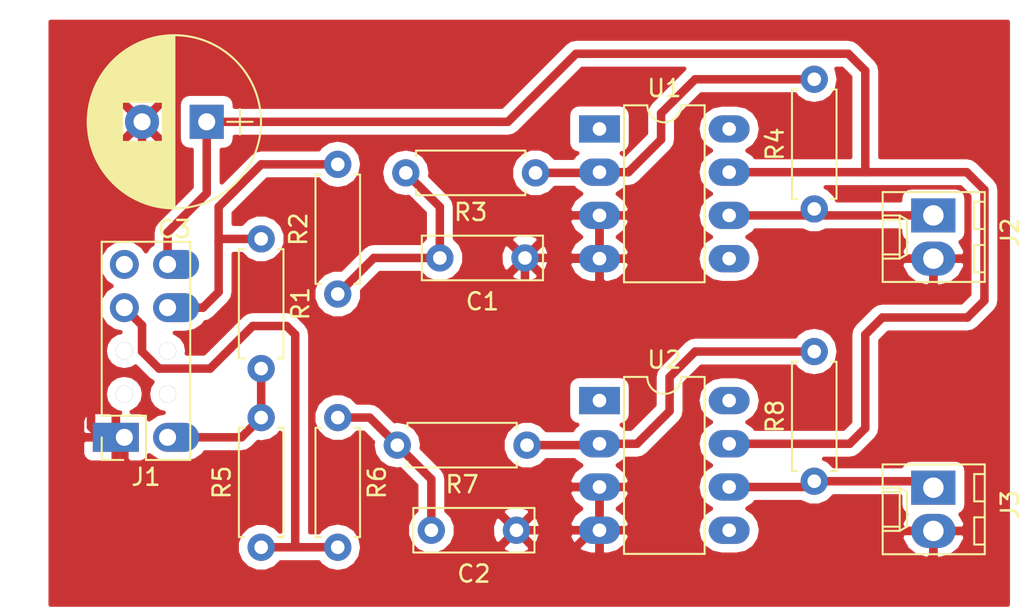
<source format=kicad_pcb>
(kicad_pcb (version 4) (host pcbnew 4.0.7)

  (general
    (links 30)
    (no_connects 1)
    (area 38.877618 21.015 99.775 57.100001)
    (thickness 1.6)
    (drawings 4)
    (tracks 99)
    (zones 0)
    (modules 16)
    (nets 12)
  )

  (page A4)
  (layers
    (0 F.Cu signal)
    (31 B.Cu signal)
    (32 B.Adhes user)
    (33 F.Adhes user)
    (34 B.Paste user)
    (35 F.Paste user)
    (36 B.SilkS user)
    (37 F.SilkS user)
    (38 B.Mask user)
    (39 F.Mask user)
    (40 Dwgs.User user)
    (41 Cmts.User user)
    (42 Eco1.User user)
    (43 Eco2.User user)
    (44 Edge.Cuts user)
    (45 Margin user)
    (46 B.CrtYd user)
    (47 F.CrtYd user)
    (48 B.Fab user)
    (49 F.Fab user)
  )

  (setup
    (last_trace_width 0.5)
    (user_trace_width 0.5)
    (trace_clearance 0.2)
    (zone_clearance 0.508)
    (zone_45_only no)
    (trace_min 0.2)
    (segment_width 0.2)
    (edge_width 0.15)
    (via_size 0.6)
    (via_drill 0.4)
    (via_min_size 0.4)
    (via_min_drill 0.3)
    (user_via 1.5 1)
    (uvia_size 0.3)
    (uvia_drill 0.1)
    (uvias_allowed no)
    (uvia_min_size 0.2)
    (uvia_min_drill 0.1)
    (pcb_text_width 0.3)
    (pcb_text_size 1.5 1.5)
    (mod_edge_width 0.15)
    (mod_text_size 1 1)
    (mod_text_width 0.15)
    (pad_size 2.7 1.7)
    (pad_drill 1)
    (pad_to_mask_clearance 0.2)
    (aux_axis_origin 0 0)
    (visible_elements FFFFEF7F)
    (pcbplotparams
      (layerselection 0x00000_00000001)
      (usegerberextensions false)
      (excludeedgelayer true)
      (linewidth 0.100000)
      (plotframeref false)
      (viasonmask false)
      (mode 1)
      (useauxorigin false)
      (hpglpennumber 1)
      (hpglpenspeed 20)
      (hpglpendiameter 15)
      (hpglpenoverlay 2)
      (psnegative false)
      (psa4output false)
      (plotreference true)
      (plotvalue true)
      (plotinvisibletext false)
      (padsonsilk false)
      (subtractmaskfromsilk false)
      (outputformat 4)
      (mirror true)
      (drillshape 1)
      (scaleselection 1)
      (outputdirectory ""))
  )

  (net 0 "")
  (net 1 GND)
  (net 2 "Net-(C1-Pad2)")
  (net 3 "Net-(C2-Pad2)")
  (net 4 +5V)
  (net 5 /opamp2/in)
  (net 6 /opamp/in)
  (net 7 +12V)
  (net 8 /opamp/out)
  (net 9 /opamp2/out)
  (net 10 "Net-(R3-Pad1)")
  (net 11 "Net-(R7-Pad1)")

  (net_class Default "This is the default net class."
    (clearance 0.2)
    (trace_width 0.25)
    (via_dia 0.6)
    (via_drill 0.4)
    (uvia_dia 0.3)
    (uvia_drill 0.1)
    (add_net +12V)
    (add_net +5V)
    (add_net /opamp/in)
    (add_net /opamp/out)
    (add_net /opamp2/in)
    (add_net /opamp2/out)
    (add_net GND)
    (add_net "Net-(C1-Pad2)")
    (add_net "Net-(C2-Pad2)")
    (add_net "Net-(R3-Pad1)")
    (add_net "Net-(R7-Pad1)")
  )

  (net_class foo ""
    (clearance 0.4)
    (trace_width 0.5)
    (via_dia 0.6)
    (via_drill 0.4)
    (uvia_dia 0.3)
    (uvia_drill 0.1)
  )

  (module Socket_Strips:Socket_Strip_Straight_2x05_Pitch2.54mm (layer F.Cu) (tedit 5A8CA31A) (tstamp 5A8C99CA)
    (at 46.46 47.04 180)
    (descr "Through hole straight socket strip, 2x05, 2.54mm pitch, double rows")
    (tags "Through hole socket strip THT 2x05 2.54mm double row")
    (path /5A8CB7D0)
    (fp_text reference J1 (at -1.27 -2.33 180) (layer F.SilkS)
      (effects (font (size 1 1) (thickness 0.15)))
    )
    (fp_text value Conn_02x05_Odd_Even (at -1.27 12.49 180) (layer F.Fab)
      (effects (font (size 1 1) (thickness 0.15)))
    )
    (fp_line (start -3.81 -1.27) (end -3.81 11.43) (layer F.Fab) (width 0.1))
    (fp_line (start -3.81 11.43) (end 1.27 11.43) (layer F.Fab) (width 0.1))
    (fp_line (start 1.27 11.43) (end 1.27 -1.27) (layer F.Fab) (width 0.1))
    (fp_line (start 1.27 -1.27) (end -3.81 -1.27) (layer F.Fab) (width 0.1))
    (fp_line (start 1.33 1.27) (end 1.33 11.49) (layer F.SilkS) (width 0.12))
    (fp_line (start 1.33 11.49) (end -3.87 11.49) (layer F.SilkS) (width 0.12))
    (fp_line (start -3.87 11.49) (end -3.87 -1.33) (layer F.SilkS) (width 0.12))
    (fp_line (start -3.87 -1.33) (end -1.27 -1.33) (layer F.SilkS) (width 0.12))
    (fp_line (start -1.27 -1.33) (end -1.27 1.27) (layer F.SilkS) (width 0.12))
    (fp_line (start -1.27 1.27) (end 1.33 1.27) (layer F.SilkS) (width 0.12))
    (fp_line (start 1.33 0) (end 1.33 -1.33) (layer F.SilkS) (width 0.12))
    (fp_line (start 1.33 -1.33) (end 0.06 -1.33) (layer F.SilkS) (width 0.12))
    (fp_line (start -4.35 -1.8) (end -4.35 11.95) (layer F.CrtYd) (width 0.05))
    (fp_line (start -4.35 11.95) (end 1.8 11.95) (layer F.CrtYd) (width 0.05))
    (fp_line (start 1.8 11.95) (end 1.8 -1.8) (layer F.CrtYd) (width 0.05))
    (fp_line (start 1.8 -1.8) (end -4.35 -1.8) (layer F.CrtYd) (width 0.05))
    (fp_text user %R (at -1.27 -2.33 180) (layer F.Fab)
      (effects (font (size 1 1) (thickness 0.15)))
    )
    (pad 1 thru_hole rect (at 0 0 180) (size 2.7 1.7) (drill 1 (offset 0.5 0)) (layers *.Cu *.Mask)
      (net 1 GND))
    (pad 2 thru_hole oval (at -2.54 0 180) (size 2.7 1.7) (drill 1 (offset -0.5 0)) (layers *.Cu *.Mask)
      (net 4 +5V))
    (pad 3 thru_hole oval (at 0 2.54 180) (size 1 1) (drill 1) (layers *.Cu *.Mask))
    (pad 4 thru_hole oval (at -2.54 2.54 180) (size 1 1) (drill 1) (layers *.Cu *.Mask))
    (pad 5 thru_hole oval (at 0 5.08 180) (size 1 1) (drill 1) (layers *.Cu *.Mask))
    (pad 6 thru_hole oval (at -2.54 5.08 180) (size 1 1) (drill 1) (layers *.Cu *.Mask))
    (pad 7 thru_hole oval (at 0 7.62 180) (size 1.7 1.7) (drill 1) (layers *.Cu *.Mask)
      (net 5 /opamp2/in))
    (pad 8 thru_hole oval (at -2.54 7.62 180) (size 2.7 1.7) (drill 1 (offset -0.5 0)) (layers *.Cu *.Mask)
      (net 6 /opamp/in))
    (pad 9 thru_hole oval (at 0 10.16 180) (size 1.7 1.7) (drill 1) (layers *.Cu *.Mask))
    (pad 10 thru_hole oval (at -2.54 10.16 180) (size 2.7 1.7) (drill 1 (offset -0.5 0)) (layers *.Cu *.Mask)
      (net 7 +12V))
    (model ${KISYS3DMOD}/Socket_Strips.3dshapes/Socket_Strip_Straight_2x05_Pitch2.54mm.wrl
      (at (xyz -0.05 -0.2 0))
      (scale (xyz 1 1 1))
      (rotate (xyz 0 0 270))
    )
  )

  (module Capacitors_THT:C_Rect_L7.0mm_W2.5mm_P5.00mm (layer F.Cu) (tedit 597BC7C2) (tstamp 5A8C99B6)
    (at 70 36.5 180)
    (descr "C, Rect series, Radial, pin pitch=5.00mm, , length*width=7*2.5mm^2, Capacitor")
    (tags "C Rect series Radial pin pitch 5.00mm  length 7mm width 2.5mm Capacitor")
    (path /5A8CA49C/5A8CA77C)
    (fp_text reference C1 (at 2.5 -2.56 180) (layer F.SilkS)
      (effects (font (size 1 1) (thickness 0.15)))
    )
    (fp_text value C_Small (at 2.5 2.56 180) (layer F.Fab)
      (effects (font (size 1 1) (thickness 0.15)))
    )
    (fp_line (start -1 -1.25) (end -1 1.25) (layer F.Fab) (width 0.1))
    (fp_line (start -1 1.25) (end 6 1.25) (layer F.Fab) (width 0.1))
    (fp_line (start 6 1.25) (end 6 -1.25) (layer F.Fab) (width 0.1))
    (fp_line (start 6 -1.25) (end -1 -1.25) (layer F.Fab) (width 0.1))
    (fp_line (start -1.06 -1.31) (end 6.06 -1.31) (layer F.SilkS) (width 0.12))
    (fp_line (start -1.06 1.31) (end 6.06 1.31) (layer F.SilkS) (width 0.12))
    (fp_line (start -1.06 -1.31) (end -1.06 1.31) (layer F.SilkS) (width 0.12))
    (fp_line (start 6.06 -1.31) (end 6.06 1.31) (layer F.SilkS) (width 0.12))
    (fp_line (start -1.35 -1.6) (end -1.35 1.6) (layer F.CrtYd) (width 0.05))
    (fp_line (start -1.35 1.6) (end 6.35 1.6) (layer F.CrtYd) (width 0.05))
    (fp_line (start 6.35 1.6) (end 6.35 -1.6) (layer F.CrtYd) (width 0.05))
    (fp_line (start 6.35 -1.6) (end -1.35 -1.6) (layer F.CrtYd) (width 0.05))
    (fp_text user %R (at 2.5 0 180) (layer F.Fab)
      (effects (font (size 1 1) (thickness 0.15)))
    )
    (pad 1 thru_hole circle (at 0 0 180) (size 1.6 1.6) (drill 0.8) (layers *.Cu *.Mask)
      (net 1 GND))
    (pad 2 thru_hole circle (at 5 0 180) (size 1.6 1.6) (drill 0.8) (layers *.Cu *.Mask)
      (net 2 "Net-(C1-Pad2)"))
    (model ${KISYS3DMOD}/Capacitors_THT.3dshapes/C_Rect_L7.0mm_W2.5mm_P5.00mm.wrl
      (at (xyz 0 0 0))
      (scale (xyz 1 1 1))
      (rotate (xyz 0 0 0))
    )
  )

  (module Capacitors_THT:C_Rect_L7.0mm_W2.5mm_P5.00mm (layer F.Cu) (tedit 597BC7C2) (tstamp 5A8C99BC)
    (at 69.5 52.5 180)
    (descr "C, Rect series, Radial, pin pitch=5.00mm, , length*width=7*2.5mm^2, Capacitor")
    (tags "C Rect series Radial pin pitch 5.00mm  length 7mm width 2.5mm Capacitor")
    (path /5A8CAC64/5A8CA77C)
    (fp_text reference C2 (at 2.5 -2.56 180) (layer F.SilkS)
      (effects (font (size 1 1) (thickness 0.15)))
    )
    (fp_text value C_Small (at 2.5 2.56 180) (layer F.Fab)
      (effects (font (size 1 1) (thickness 0.15)))
    )
    (fp_line (start -1 -1.25) (end -1 1.25) (layer F.Fab) (width 0.1))
    (fp_line (start -1 1.25) (end 6 1.25) (layer F.Fab) (width 0.1))
    (fp_line (start 6 1.25) (end 6 -1.25) (layer F.Fab) (width 0.1))
    (fp_line (start 6 -1.25) (end -1 -1.25) (layer F.Fab) (width 0.1))
    (fp_line (start -1.06 -1.31) (end 6.06 -1.31) (layer F.SilkS) (width 0.12))
    (fp_line (start -1.06 1.31) (end 6.06 1.31) (layer F.SilkS) (width 0.12))
    (fp_line (start -1.06 -1.31) (end -1.06 1.31) (layer F.SilkS) (width 0.12))
    (fp_line (start 6.06 -1.31) (end 6.06 1.31) (layer F.SilkS) (width 0.12))
    (fp_line (start -1.35 -1.6) (end -1.35 1.6) (layer F.CrtYd) (width 0.05))
    (fp_line (start -1.35 1.6) (end 6.35 1.6) (layer F.CrtYd) (width 0.05))
    (fp_line (start 6.35 1.6) (end 6.35 -1.6) (layer F.CrtYd) (width 0.05))
    (fp_line (start 6.35 -1.6) (end -1.35 -1.6) (layer F.CrtYd) (width 0.05))
    (fp_text user %R (at 2.5 0 180) (layer F.Fab)
      (effects (font (size 1 1) (thickness 0.15)))
    )
    (pad 1 thru_hole circle (at 0 0 180) (size 1.6 1.6) (drill 0.8) (layers *.Cu *.Mask)
      (net 1 GND))
    (pad 2 thru_hole circle (at 5 0 180) (size 1.6 1.6) (drill 0.8) (layers *.Cu *.Mask)
      (net 3 "Net-(C2-Pad2)"))
    (model ${KISYS3DMOD}/Capacitors_THT.3dshapes/C_Rect_L7.0mm_W2.5mm_P5.00mm.wrl
      (at (xyz 0 0 0))
      (scale (xyz 1 1 1))
      (rotate (xyz 0 0 0))
    )
  )

  (module Connectors_Molex:Molex_KK-6410-02_02x2.54mm_Straight (layer F.Cu) (tedit 58EE6EE4) (tstamp 5A8C99D0)
    (at 94 34 270)
    (descr "Connector Headers with Friction Lock, 22-27-2021, http://www.molex.com/pdm_docs/sd/022272021_sd.pdf")
    (tags "connector molex kk_6410 22-27-2021")
    (path /5A8CAE7C)
    (fp_text reference J2 (at 1 -4.5 270) (layer F.SilkS)
      (effects (font (size 1 1) (thickness 0.15)))
    )
    (fp_text value Conn_01x02 (at 1.27 4.5 270) (layer F.Fab)
      (effects (font (size 1 1) (thickness 0.15)))
    )
    (fp_line (start -1.47 -3.12) (end -1.47 3.08) (layer F.Fab) (width 0.12))
    (fp_line (start -1.47 3.08) (end 4.01 3.08) (layer F.Fab) (width 0.12))
    (fp_line (start 4.01 3.08) (end 4.01 -3.12) (layer F.Fab) (width 0.12))
    (fp_line (start 4.01 -3.12) (end -1.47 -3.12) (layer F.Fab) (width 0.12))
    (fp_line (start -1.37 -3.02) (end -1.37 2.98) (layer F.SilkS) (width 0.12))
    (fp_line (start -1.37 2.98) (end 3.91 2.98) (layer F.SilkS) (width 0.12))
    (fp_line (start 3.91 2.98) (end 3.91 -3.02) (layer F.SilkS) (width 0.12))
    (fp_line (start 3.91 -3.02) (end -1.37 -3.02) (layer F.SilkS) (width 0.12))
    (fp_line (start 0 2.98) (end 0 1.98) (layer F.SilkS) (width 0.12))
    (fp_line (start 0 1.98) (end 2.54 1.98) (layer F.SilkS) (width 0.12))
    (fp_line (start 2.54 1.98) (end 2.54 2.98) (layer F.SilkS) (width 0.12))
    (fp_line (start 0 1.98) (end 0.25 1.55) (layer F.SilkS) (width 0.12))
    (fp_line (start 0.25 1.55) (end 2.29 1.55) (layer F.SilkS) (width 0.12))
    (fp_line (start 2.29 1.55) (end 2.54 1.98) (layer F.SilkS) (width 0.12))
    (fp_line (start 0.25 2.98) (end 0.25 1.98) (layer F.SilkS) (width 0.12))
    (fp_line (start 2.29 2.98) (end 2.29 1.98) (layer F.SilkS) (width 0.12))
    (fp_line (start -0.8 -3.02) (end -0.8 -2.4) (layer F.SilkS) (width 0.12))
    (fp_line (start -0.8 -2.4) (end 0.8 -2.4) (layer F.SilkS) (width 0.12))
    (fp_line (start 0.8 -2.4) (end 0.8 -3.02) (layer F.SilkS) (width 0.12))
    (fp_line (start 1.74 -3.02) (end 1.74 -2.4) (layer F.SilkS) (width 0.12))
    (fp_line (start 1.74 -2.4) (end 3.34 -2.4) (layer F.SilkS) (width 0.12))
    (fp_line (start 3.34 -2.4) (end 3.34 -3.02) (layer F.SilkS) (width 0.12))
    (fp_line (start -1.9 3.5) (end -1.9 -3.55) (layer F.CrtYd) (width 0.05))
    (fp_line (start -1.9 -3.55) (end 4.45 -3.55) (layer F.CrtYd) (width 0.05))
    (fp_line (start 4.45 -3.55) (end 4.45 3.5) (layer F.CrtYd) (width 0.05))
    (fp_line (start 4.45 3.5) (end -1.9 3.5) (layer F.CrtYd) (width 0.05))
    (fp_text user %R (at 1.27 0 270) (layer F.Fab)
      (effects (font (size 1 1) (thickness 0.15)))
    )
    (pad 1 thru_hole rect (at 0 0 270) (size 2 2.6) (drill 1.2) (layers *.Cu *.Mask)
      (net 8 /opamp/out))
    (pad 2 thru_hole oval (at 2.54 0 270) (size 2 2.6) (drill 1.2) (layers *.Cu *.Mask)
      (net 1 GND))
    (model ${KISYS3DMOD}/Connectors_Molex.3dshapes/Molex_KK-6410-02_02x2.54mm_Straight.wrl
      (at (xyz 0 0 0))
      (scale (xyz 1 1 1))
      (rotate (xyz 0 0 0))
    )
  )

  (module Connectors_Molex:Molex_KK-6410-02_02x2.54mm_Straight (layer F.Cu) (tedit 58EE6EE4) (tstamp 5A8C99D6)
    (at 94 50 270)
    (descr "Connector Headers with Friction Lock, 22-27-2021, http://www.molex.com/pdm_docs/sd/022272021_sd.pdf")
    (tags "connector molex kk_6410 22-27-2021")
    (path /5A8CAEF3)
    (fp_text reference J3 (at 1 -4.5 270) (layer F.SilkS)
      (effects (font (size 1 1) (thickness 0.15)))
    )
    (fp_text value Conn_01x02 (at 1.27 4.5 270) (layer F.Fab)
      (effects (font (size 1 1) (thickness 0.15)))
    )
    (fp_line (start -1.47 -3.12) (end -1.47 3.08) (layer F.Fab) (width 0.12))
    (fp_line (start -1.47 3.08) (end 4.01 3.08) (layer F.Fab) (width 0.12))
    (fp_line (start 4.01 3.08) (end 4.01 -3.12) (layer F.Fab) (width 0.12))
    (fp_line (start 4.01 -3.12) (end -1.47 -3.12) (layer F.Fab) (width 0.12))
    (fp_line (start -1.37 -3.02) (end -1.37 2.98) (layer F.SilkS) (width 0.12))
    (fp_line (start -1.37 2.98) (end 3.91 2.98) (layer F.SilkS) (width 0.12))
    (fp_line (start 3.91 2.98) (end 3.91 -3.02) (layer F.SilkS) (width 0.12))
    (fp_line (start 3.91 -3.02) (end -1.37 -3.02) (layer F.SilkS) (width 0.12))
    (fp_line (start 0 2.98) (end 0 1.98) (layer F.SilkS) (width 0.12))
    (fp_line (start 0 1.98) (end 2.54 1.98) (layer F.SilkS) (width 0.12))
    (fp_line (start 2.54 1.98) (end 2.54 2.98) (layer F.SilkS) (width 0.12))
    (fp_line (start 0 1.98) (end 0.25 1.55) (layer F.SilkS) (width 0.12))
    (fp_line (start 0.25 1.55) (end 2.29 1.55) (layer F.SilkS) (width 0.12))
    (fp_line (start 2.29 1.55) (end 2.54 1.98) (layer F.SilkS) (width 0.12))
    (fp_line (start 0.25 2.98) (end 0.25 1.98) (layer F.SilkS) (width 0.12))
    (fp_line (start 2.29 2.98) (end 2.29 1.98) (layer F.SilkS) (width 0.12))
    (fp_line (start -0.8 -3.02) (end -0.8 -2.4) (layer F.SilkS) (width 0.12))
    (fp_line (start -0.8 -2.4) (end 0.8 -2.4) (layer F.SilkS) (width 0.12))
    (fp_line (start 0.8 -2.4) (end 0.8 -3.02) (layer F.SilkS) (width 0.12))
    (fp_line (start 1.74 -3.02) (end 1.74 -2.4) (layer F.SilkS) (width 0.12))
    (fp_line (start 1.74 -2.4) (end 3.34 -2.4) (layer F.SilkS) (width 0.12))
    (fp_line (start 3.34 -2.4) (end 3.34 -3.02) (layer F.SilkS) (width 0.12))
    (fp_line (start -1.9 3.5) (end -1.9 -3.55) (layer F.CrtYd) (width 0.05))
    (fp_line (start -1.9 -3.55) (end 4.45 -3.55) (layer F.CrtYd) (width 0.05))
    (fp_line (start 4.45 -3.55) (end 4.45 3.5) (layer F.CrtYd) (width 0.05))
    (fp_line (start 4.45 3.5) (end -1.9 3.5) (layer F.CrtYd) (width 0.05))
    (fp_text user %R (at 1.27 0 270) (layer F.Fab)
      (effects (font (size 1 1) (thickness 0.15)))
    )
    (pad 1 thru_hole rect (at 0 0 270) (size 2 2.6) (drill 1.2) (layers *.Cu *.Mask)
      (net 9 /opamp2/out))
    (pad 2 thru_hole oval (at 2.54 0 270) (size 2 2.6) (drill 1.2) (layers *.Cu *.Mask)
      (net 1 GND))
    (model ${KISYS3DMOD}/Connectors_Molex.3dshapes/Molex_KK-6410-02_02x2.54mm_Straight.wrl
      (at (xyz 0 0 0))
      (scale (xyz 1 1 1))
      (rotate (xyz 0 0 0))
    )
  )

  (module Resistors_THT:R_Axial_DIN0207_L6.3mm_D2.5mm_P7.62mm_Horizontal (layer F.Cu) (tedit 5874F706) (tstamp 5A8C99DC)
    (at 54.5 35.38 270)
    (descr "Resistor, Axial_DIN0207 series, Axial, Horizontal, pin pitch=7.62mm, 0.25W = 1/4W, length*diameter=6.3*2.5mm^2, http://cdn-reichelt.de/documents/datenblatt/B400/1_4W%23YAG.pdf")
    (tags "Resistor Axial_DIN0207 series Axial Horizontal pin pitch 7.62mm 0.25W = 1/4W length 6.3mm diameter 2.5mm")
    (path /5A8CA49C/5A8CA7A4)
    (fp_text reference R1 (at 3.81 -2.31 270) (layer F.SilkS)
      (effects (font (size 1 1) (thickness 0.15)))
    )
    (fp_text value 1k5 (at 3.81 2.31 270) (layer F.Fab)
      (effects (font (size 1 1) (thickness 0.15)))
    )
    (fp_line (start 0.66 -1.25) (end 0.66 1.25) (layer F.Fab) (width 0.1))
    (fp_line (start 0.66 1.25) (end 6.96 1.25) (layer F.Fab) (width 0.1))
    (fp_line (start 6.96 1.25) (end 6.96 -1.25) (layer F.Fab) (width 0.1))
    (fp_line (start 6.96 -1.25) (end 0.66 -1.25) (layer F.Fab) (width 0.1))
    (fp_line (start 0 0) (end 0.66 0) (layer F.Fab) (width 0.1))
    (fp_line (start 7.62 0) (end 6.96 0) (layer F.Fab) (width 0.1))
    (fp_line (start 0.6 -0.98) (end 0.6 -1.31) (layer F.SilkS) (width 0.12))
    (fp_line (start 0.6 -1.31) (end 7.02 -1.31) (layer F.SilkS) (width 0.12))
    (fp_line (start 7.02 -1.31) (end 7.02 -0.98) (layer F.SilkS) (width 0.12))
    (fp_line (start 0.6 0.98) (end 0.6 1.31) (layer F.SilkS) (width 0.12))
    (fp_line (start 0.6 1.31) (end 7.02 1.31) (layer F.SilkS) (width 0.12))
    (fp_line (start 7.02 1.31) (end 7.02 0.98) (layer F.SilkS) (width 0.12))
    (fp_line (start -1.05 -1.6) (end -1.05 1.6) (layer F.CrtYd) (width 0.05))
    (fp_line (start -1.05 1.6) (end 8.7 1.6) (layer F.CrtYd) (width 0.05))
    (fp_line (start 8.7 1.6) (end 8.7 -1.6) (layer F.CrtYd) (width 0.05))
    (fp_line (start 8.7 -1.6) (end -1.05 -1.6) (layer F.CrtYd) (width 0.05))
    (pad 1 thru_hole circle (at 0 0 270) (size 1.6 1.6) (drill 0.8) (layers *.Cu *.Mask)
      (net 6 /opamp/in))
    (pad 2 thru_hole oval (at 7.62 0 270) (size 1.6 1.6) (drill 0.8) (layers *.Cu *.Mask)
      (net 4 +5V))
    (model ${KISYS3DMOD}/Resistors_THT.3dshapes/R_Axial_DIN0207_L6.3mm_D2.5mm_P7.62mm_Horizontal.wrl
      (at (xyz 0 0 0))
      (scale (xyz 0.393701 0.393701 0.393701))
      (rotate (xyz 0 0 0))
    )
  )

  (module Resistors_THT:R_Axial_DIN0207_L6.3mm_D2.5mm_P7.62mm_Horizontal (layer F.Cu) (tedit 5874F706) (tstamp 5A8C99E2)
    (at 59 38.62 90)
    (descr "Resistor, Axial_DIN0207 series, Axial, Horizontal, pin pitch=7.62mm, 0.25W = 1/4W, length*diameter=6.3*2.5mm^2, http://cdn-reichelt.de/documents/datenblatt/B400/1_4W%23YAG.pdf")
    (tags "Resistor Axial_DIN0207 series Axial Horizontal pin pitch 7.62mm 0.25W = 1/4W length 6.3mm diameter 2.5mm")
    (path /5A8CA49C/5A8CA794)
    (fp_text reference R2 (at 3.81 -2.31 90) (layer F.SilkS)
      (effects (font (size 1 1) (thickness 0.15)))
    )
    (fp_text value 22k (at 3.81 2.31 90) (layer F.Fab)
      (effects (font (size 1 1) (thickness 0.15)))
    )
    (fp_line (start 0.66 -1.25) (end 0.66 1.25) (layer F.Fab) (width 0.1))
    (fp_line (start 0.66 1.25) (end 6.96 1.25) (layer F.Fab) (width 0.1))
    (fp_line (start 6.96 1.25) (end 6.96 -1.25) (layer F.Fab) (width 0.1))
    (fp_line (start 6.96 -1.25) (end 0.66 -1.25) (layer F.Fab) (width 0.1))
    (fp_line (start 0 0) (end 0.66 0) (layer F.Fab) (width 0.1))
    (fp_line (start 7.62 0) (end 6.96 0) (layer F.Fab) (width 0.1))
    (fp_line (start 0.6 -0.98) (end 0.6 -1.31) (layer F.SilkS) (width 0.12))
    (fp_line (start 0.6 -1.31) (end 7.02 -1.31) (layer F.SilkS) (width 0.12))
    (fp_line (start 7.02 -1.31) (end 7.02 -0.98) (layer F.SilkS) (width 0.12))
    (fp_line (start 0.6 0.98) (end 0.6 1.31) (layer F.SilkS) (width 0.12))
    (fp_line (start 0.6 1.31) (end 7.02 1.31) (layer F.SilkS) (width 0.12))
    (fp_line (start 7.02 1.31) (end 7.02 0.98) (layer F.SilkS) (width 0.12))
    (fp_line (start -1.05 -1.6) (end -1.05 1.6) (layer F.CrtYd) (width 0.05))
    (fp_line (start -1.05 1.6) (end 8.7 1.6) (layer F.CrtYd) (width 0.05))
    (fp_line (start 8.7 1.6) (end 8.7 -1.6) (layer F.CrtYd) (width 0.05))
    (fp_line (start 8.7 -1.6) (end -1.05 -1.6) (layer F.CrtYd) (width 0.05))
    (pad 1 thru_hole circle (at 0 0 90) (size 1.6 1.6) (drill 0.8) (layers *.Cu *.Mask)
      (net 2 "Net-(C1-Pad2)"))
    (pad 2 thru_hole oval (at 7.62 0 90) (size 1.6 1.6) (drill 0.8) (layers *.Cu *.Mask)
      (net 6 /opamp/in))
    (model ${KISYS3DMOD}/Resistors_THT.3dshapes/R_Axial_DIN0207_L6.3mm_D2.5mm_P7.62mm_Horizontal.wrl
      (at (xyz 0 0 0))
      (scale (xyz 0.393701 0.393701 0.393701))
      (rotate (xyz 0 0 0))
    )
  )

  (module Resistors_THT:R_Axial_DIN0207_L6.3mm_D2.5mm_P7.62mm_Horizontal (layer F.Cu) (tedit 5874F706) (tstamp 5A8C99E8)
    (at 70.62 31.5 180)
    (descr "Resistor, Axial_DIN0207 series, Axial, Horizontal, pin pitch=7.62mm, 0.25W = 1/4W, length*diameter=6.3*2.5mm^2, http://cdn-reichelt.de/documents/datenblatt/B400/1_4W%23YAG.pdf")
    (tags "Resistor Axial_DIN0207 series Axial Horizontal pin pitch 7.62mm 0.25W = 1/4W length 6.3mm diameter 2.5mm")
    (path /5A8CA49C/5A8CA775)
    (fp_text reference R3 (at 3.81 -2.31 180) (layer F.SilkS)
      (effects (font (size 1 1) (thickness 0.15)))
    )
    (fp_text value R_Small (at 3.81 2.31 180) (layer F.Fab)
      (effects (font (size 1 1) (thickness 0.15)))
    )
    (fp_line (start 0.66 -1.25) (end 0.66 1.25) (layer F.Fab) (width 0.1))
    (fp_line (start 0.66 1.25) (end 6.96 1.25) (layer F.Fab) (width 0.1))
    (fp_line (start 6.96 1.25) (end 6.96 -1.25) (layer F.Fab) (width 0.1))
    (fp_line (start 6.96 -1.25) (end 0.66 -1.25) (layer F.Fab) (width 0.1))
    (fp_line (start 0 0) (end 0.66 0) (layer F.Fab) (width 0.1))
    (fp_line (start 7.62 0) (end 6.96 0) (layer F.Fab) (width 0.1))
    (fp_line (start 0.6 -0.98) (end 0.6 -1.31) (layer F.SilkS) (width 0.12))
    (fp_line (start 0.6 -1.31) (end 7.02 -1.31) (layer F.SilkS) (width 0.12))
    (fp_line (start 7.02 -1.31) (end 7.02 -0.98) (layer F.SilkS) (width 0.12))
    (fp_line (start 0.6 0.98) (end 0.6 1.31) (layer F.SilkS) (width 0.12))
    (fp_line (start 0.6 1.31) (end 7.02 1.31) (layer F.SilkS) (width 0.12))
    (fp_line (start 7.02 1.31) (end 7.02 0.98) (layer F.SilkS) (width 0.12))
    (fp_line (start -1.05 -1.6) (end -1.05 1.6) (layer F.CrtYd) (width 0.05))
    (fp_line (start -1.05 1.6) (end 8.7 1.6) (layer F.CrtYd) (width 0.05))
    (fp_line (start 8.7 1.6) (end 8.7 -1.6) (layer F.CrtYd) (width 0.05))
    (fp_line (start 8.7 -1.6) (end -1.05 -1.6) (layer F.CrtYd) (width 0.05))
    (pad 1 thru_hole circle (at 0 0 180) (size 1.6 1.6) (drill 0.8) (layers *.Cu *.Mask)
      (net 10 "Net-(R3-Pad1)"))
    (pad 2 thru_hole oval (at 7.62 0 180) (size 1.6 1.6) (drill 0.8) (layers *.Cu *.Mask)
      (net 2 "Net-(C1-Pad2)"))
    (model ${KISYS3DMOD}/Resistors_THT.3dshapes/R_Axial_DIN0207_L6.3mm_D2.5mm_P7.62mm_Horizontal.wrl
      (at (xyz 0 0 0))
      (scale (xyz 0.393701 0.393701 0.393701))
      (rotate (xyz 0 0 0))
    )
  )

  (module Resistors_THT:R_Axial_DIN0207_L6.3mm_D2.5mm_P7.62mm_Horizontal (layer F.Cu) (tedit 5874F706) (tstamp 5A8C99EE)
    (at 87 33.62 90)
    (descr "Resistor, Axial_DIN0207 series, Axial, Horizontal, pin pitch=7.62mm, 0.25W = 1/4W, length*diameter=6.3*2.5mm^2, http://cdn-reichelt.de/documents/datenblatt/B400/1_4W%23YAG.pdf")
    (tags "Resistor Axial_DIN0207 series Axial Horizontal pin pitch 7.62mm 0.25W = 1/4W length 6.3mm diameter 2.5mm")
    (path /5A8CA49C/5A8CA76E)
    (fp_text reference R4 (at 3.81 -2.31 90) (layer F.SilkS)
      (effects (font (size 1 1) (thickness 0.15)))
    )
    (fp_text value R_Small (at 3.81 2.31 90) (layer F.Fab)
      (effects (font (size 1 1) (thickness 0.15)))
    )
    (fp_line (start 0.66 -1.25) (end 0.66 1.25) (layer F.Fab) (width 0.1))
    (fp_line (start 0.66 1.25) (end 6.96 1.25) (layer F.Fab) (width 0.1))
    (fp_line (start 6.96 1.25) (end 6.96 -1.25) (layer F.Fab) (width 0.1))
    (fp_line (start 6.96 -1.25) (end 0.66 -1.25) (layer F.Fab) (width 0.1))
    (fp_line (start 0 0) (end 0.66 0) (layer F.Fab) (width 0.1))
    (fp_line (start 7.62 0) (end 6.96 0) (layer F.Fab) (width 0.1))
    (fp_line (start 0.6 -0.98) (end 0.6 -1.31) (layer F.SilkS) (width 0.12))
    (fp_line (start 0.6 -1.31) (end 7.02 -1.31) (layer F.SilkS) (width 0.12))
    (fp_line (start 7.02 -1.31) (end 7.02 -0.98) (layer F.SilkS) (width 0.12))
    (fp_line (start 0.6 0.98) (end 0.6 1.31) (layer F.SilkS) (width 0.12))
    (fp_line (start 0.6 1.31) (end 7.02 1.31) (layer F.SilkS) (width 0.12))
    (fp_line (start 7.02 1.31) (end 7.02 0.98) (layer F.SilkS) (width 0.12))
    (fp_line (start -1.05 -1.6) (end -1.05 1.6) (layer F.CrtYd) (width 0.05))
    (fp_line (start -1.05 1.6) (end 8.7 1.6) (layer F.CrtYd) (width 0.05))
    (fp_line (start 8.7 1.6) (end 8.7 -1.6) (layer F.CrtYd) (width 0.05))
    (fp_line (start 8.7 -1.6) (end -1.05 -1.6) (layer F.CrtYd) (width 0.05))
    (pad 1 thru_hole circle (at 0 0 90) (size 1.6 1.6) (drill 0.8) (layers *.Cu *.Mask)
      (net 8 /opamp/out))
    (pad 2 thru_hole oval (at 7.62 0 90) (size 1.6 1.6) (drill 0.8) (layers *.Cu *.Mask)
      (net 10 "Net-(R3-Pad1)"))
    (model ${KISYS3DMOD}/Resistors_THT.3dshapes/R_Axial_DIN0207_L6.3mm_D2.5mm_P7.62mm_Horizontal.wrl
      (at (xyz 0 0 0))
      (scale (xyz 0.393701 0.393701 0.393701))
      (rotate (xyz 0 0 0))
    )
  )

  (module Resistors_THT:R_Axial_DIN0207_L6.3mm_D2.5mm_P7.62mm_Horizontal (layer F.Cu) (tedit 5874F706) (tstamp 5A8C99F4)
    (at 54.5 53.5 90)
    (descr "Resistor, Axial_DIN0207 series, Axial, Horizontal, pin pitch=7.62mm, 0.25W = 1/4W, length*diameter=6.3*2.5mm^2, http://cdn-reichelt.de/documents/datenblatt/B400/1_4W%23YAG.pdf")
    (tags "Resistor Axial_DIN0207 series Axial Horizontal pin pitch 7.62mm 0.25W = 1/4W length 6.3mm diameter 2.5mm")
    (path /5A8CAC64/5A8CA7A4)
    (fp_text reference R5 (at 3.81 -2.31 90) (layer F.SilkS)
      (effects (font (size 1 1) (thickness 0.15)))
    )
    (fp_text value 1k5 (at 3.81 2.31 90) (layer F.Fab)
      (effects (font (size 1 1) (thickness 0.15)))
    )
    (fp_line (start 0.66 -1.25) (end 0.66 1.25) (layer F.Fab) (width 0.1))
    (fp_line (start 0.66 1.25) (end 6.96 1.25) (layer F.Fab) (width 0.1))
    (fp_line (start 6.96 1.25) (end 6.96 -1.25) (layer F.Fab) (width 0.1))
    (fp_line (start 6.96 -1.25) (end 0.66 -1.25) (layer F.Fab) (width 0.1))
    (fp_line (start 0 0) (end 0.66 0) (layer F.Fab) (width 0.1))
    (fp_line (start 7.62 0) (end 6.96 0) (layer F.Fab) (width 0.1))
    (fp_line (start 0.6 -0.98) (end 0.6 -1.31) (layer F.SilkS) (width 0.12))
    (fp_line (start 0.6 -1.31) (end 7.02 -1.31) (layer F.SilkS) (width 0.12))
    (fp_line (start 7.02 -1.31) (end 7.02 -0.98) (layer F.SilkS) (width 0.12))
    (fp_line (start 0.6 0.98) (end 0.6 1.31) (layer F.SilkS) (width 0.12))
    (fp_line (start 0.6 1.31) (end 7.02 1.31) (layer F.SilkS) (width 0.12))
    (fp_line (start 7.02 1.31) (end 7.02 0.98) (layer F.SilkS) (width 0.12))
    (fp_line (start -1.05 -1.6) (end -1.05 1.6) (layer F.CrtYd) (width 0.05))
    (fp_line (start -1.05 1.6) (end 8.7 1.6) (layer F.CrtYd) (width 0.05))
    (fp_line (start 8.7 1.6) (end 8.7 -1.6) (layer F.CrtYd) (width 0.05))
    (fp_line (start 8.7 -1.6) (end -1.05 -1.6) (layer F.CrtYd) (width 0.05))
    (pad 1 thru_hole circle (at 0 0 90) (size 1.6 1.6) (drill 0.8) (layers *.Cu *.Mask)
      (net 5 /opamp2/in))
    (pad 2 thru_hole oval (at 7.62 0 90) (size 1.6 1.6) (drill 0.8) (layers *.Cu *.Mask)
      (net 4 +5V))
    (model ${KISYS3DMOD}/Resistors_THT.3dshapes/R_Axial_DIN0207_L6.3mm_D2.5mm_P7.62mm_Horizontal.wrl
      (at (xyz 0 0 0))
      (scale (xyz 0.393701 0.393701 0.393701))
      (rotate (xyz 0 0 0))
    )
  )

  (module Resistors_THT:R_Axial_DIN0207_L6.3mm_D2.5mm_P7.62mm_Horizontal (layer F.Cu) (tedit 5874F706) (tstamp 5A8C99FA)
    (at 59 45.88 270)
    (descr "Resistor, Axial_DIN0207 series, Axial, Horizontal, pin pitch=7.62mm, 0.25W = 1/4W, length*diameter=6.3*2.5mm^2, http://cdn-reichelt.de/documents/datenblatt/B400/1_4W%23YAG.pdf")
    (tags "Resistor Axial_DIN0207 series Axial Horizontal pin pitch 7.62mm 0.25W = 1/4W length 6.3mm diameter 2.5mm")
    (path /5A8CAC64/5A8CA794)
    (fp_text reference R6 (at 3.81 -2.31 270) (layer F.SilkS)
      (effects (font (size 1 1) (thickness 0.15)))
    )
    (fp_text value 22k (at 3.81 2.31 270) (layer F.Fab)
      (effects (font (size 1 1) (thickness 0.15)))
    )
    (fp_line (start 0.66 -1.25) (end 0.66 1.25) (layer F.Fab) (width 0.1))
    (fp_line (start 0.66 1.25) (end 6.96 1.25) (layer F.Fab) (width 0.1))
    (fp_line (start 6.96 1.25) (end 6.96 -1.25) (layer F.Fab) (width 0.1))
    (fp_line (start 6.96 -1.25) (end 0.66 -1.25) (layer F.Fab) (width 0.1))
    (fp_line (start 0 0) (end 0.66 0) (layer F.Fab) (width 0.1))
    (fp_line (start 7.62 0) (end 6.96 0) (layer F.Fab) (width 0.1))
    (fp_line (start 0.6 -0.98) (end 0.6 -1.31) (layer F.SilkS) (width 0.12))
    (fp_line (start 0.6 -1.31) (end 7.02 -1.31) (layer F.SilkS) (width 0.12))
    (fp_line (start 7.02 -1.31) (end 7.02 -0.98) (layer F.SilkS) (width 0.12))
    (fp_line (start 0.6 0.98) (end 0.6 1.31) (layer F.SilkS) (width 0.12))
    (fp_line (start 0.6 1.31) (end 7.02 1.31) (layer F.SilkS) (width 0.12))
    (fp_line (start 7.02 1.31) (end 7.02 0.98) (layer F.SilkS) (width 0.12))
    (fp_line (start -1.05 -1.6) (end -1.05 1.6) (layer F.CrtYd) (width 0.05))
    (fp_line (start -1.05 1.6) (end 8.7 1.6) (layer F.CrtYd) (width 0.05))
    (fp_line (start 8.7 1.6) (end 8.7 -1.6) (layer F.CrtYd) (width 0.05))
    (fp_line (start 8.7 -1.6) (end -1.05 -1.6) (layer F.CrtYd) (width 0.05))
    (pad 1 thru_hole circle (at 0 0 270) (size 1.6 1.6) (drill 0.8) (layers *.Cu *.Mask)
      (net 3 "Net-(C2-Pad2)"))
    (pad 2 thru_hole oval (at 7.62 0 270) (size 1.6 1.6) (drill 0.8) (layers *.Cu *.Mask)
      (net 5 /opamp2/in))
    (model ${KISYS3DMOD}/Resistors_THT.3dshapes/R_Axial_DIN0207_L6.3mm_D2.5mm_P7.62mm_Horizontal.wrl
      (at (xyz 0 0 0))
      (scale (xyz 0.393701 0.393701 0.393701))
      (rotate (xyz 0 0 0))
    )
  )

  (module Resistors_THT:R_Axial_DIN0207_L6.3mm_D2.5mm_P7.62mm_Horizontal (layer F.Cu) (tedit 5874F706) (tstamp 5A8C9A00)
    (at 70.12 47.5 180)
    (descr "Resistor, Axial_DIN0207 series, Axial, Horizontal, pin pitch=7.62mm, 0.25W = 1/4W, length*diameter=6.3*2.5mm^2, http://cdn-reichelt.de/documents/datenblatt/B400/1_4W%23YAG.pdf")
    (tags "Resistor Axial_DIN0207 series Axial Horizontal pin pitch 7.62mm 0.25W = 1/4W length 6.3mm diameter 2.5mm")
    (path /5A8CAC64/5A8CA775)
    (fp_text reference R7 (at 3.81 -2.31 180) (layer F.SilkS)
      (effects (font (size 1 1) (thickness 0.15)))
    )
    (fp_text value R_Small (at 3.81 2.31 180) (layer F.Fab)
      (effects (font (size 1 1) (thickness 0.15)))
    )
    (fp_line (start 0.66 -1.25) (end 0.66 1.25) (layer F.Fab) (width 0.1))
    (fp_line (start 0.66 1.25) (end 6.96 1.25) (layer F.Fab) (width 0.1))
    (fp_line (start 6.96 1.25) (end 6.96 -1.25) (layer F.Fab) (width 0.1))
    (fp_line (start 6.96 -1.25) (end 0.66 -1.25) (layer F.Fab) (width 0.1))
    (fp_line (start 0 0) (end 0.66 0) (layer F.Fab) (width 0.1))
    (fp_line (start 7.62 0) (end 6.96 0) (layer F.Fab) (width 0.1))
    (fp_line (start 0.6 -0.98) (end 0.6 -1.31) (layer F.SilkS) (width 0.12))
    (fp_line (start 0.6 -1.31) (end 7.02 -1.31) (layer F.SilkS) (width 0.12))
    (fp_line (start 7.02 -1.31) (end 7.02 -0.98) (layer F.SilkS) (width 0.12))
    (fp_line (start 0.6 0.98) (end 0.6 1.31) (layer F.SilkS) (width 0.12))
    (fp_line (start 0.6 1.31) (end 7.02 1.31) (layer F.SilkS) (width 0.12))
    (fp_line (start 7.02 1.31) (end 7.02 0.98) (layer F.SilkS) (width 0.12))
    (fp_line (start -1.05 -1.6) (end -1.05 1.6) (layer F.CrtYd) (width 0.05))
    (fp_line (start -1.05 1.6) (end 8.7 1.6) (layer F.CrtYd) (width 0.05))
    (fp_line (start 8.7 1.6) (end 8.7 -1.6) (layer F.CrtYd) (width 0.05))
    (fp_line (start 8.7 -1.6) (end -1.05 -1.6) (layer F.CrtYd) (width 0.05))
    (pad 1 thru_hole circle (at 0 0 180) (size 1.6 1.6) (drill 0.8) (layers *.Cu *.Mask)
      (net 11 "Net-(R7-Pad1)"))
    (pad 2 thru_hole oval (at 7.62 0 180) (size 1.6 1.6) (drill 0.8) (layers *.Cu *.Mask)
      (net 3 "Net-(C2-Pad2)"))
    (model ${KISYS3DMOD}/Resistors_THT.3dshapes/R_Axial_DIN0207_L6.3mm_D2.5mm_P7.62mm_Horizontal.wrl
      (at (xyz 0 0 0))
      (scale (xyz 0.393701 0.393701 0.393701))
      (rotate (xyz 0 0 0))
    )
  )

  (module Resistors_THT:R_Axial_DIN0207_L6.3mm_D2.5mm_P7.62mm_Horizontal (layer F.Cu) (tedit 5874F706) (tstamp 5A8C9A06)
    (at 87 49.62 90)
    (descr "Resistor, Axial_DIN0207 series, Axial, Horizontal, pin pitch=7.62mm, 0.25W = 1/4W, length*diameter=6.3*2.5mm^2, http://cdn-reichelt.de/documents/datenblatt/B400/1_4W%23YAG.pdf")
    (tags "Resistor Axial_DIN0207 series Axial Horizontal pin pitch 7.62mm 0.25W = 1/4W length 6.3mm diameter 2.5mm")
    (path /5A8CAC64/5A8CA76E)
    (fp_text reference R8 (at 3.81 -2.31 90) (layer F.SilkS)
      (effects (font (size 1 1) (thickness 0.15)))
    )
    (fp_text value R_Small (at 3.81 2.31 90) (layer F.Fab)
      (effects (font (size 1 1) (thickness 0.15)))
    )
    (fp_line (start 0.66 -1.25) (end 0.66 1.25) (layer F.Fab) (width 0.1))
    (fp_line (start 0.66 1.25) (end 6.96 1.25) (layer F.Fab) (width 0.1))
    (fp_line (start 6.96 1.25) (end 6.96 -1.25) (layer F.Fab) (width 0.1))
    (fp_line (start 6.96 -1.25) (end 0.66 -1.25) (layer F.Fab) (width 0.1))
    (fp_line (start 0 0) (end 0.66 0) (layer F.Fab) (width 0.1))
    (fp_line (start 7.62 0) (end 6.96 0) (layer F.Fab) (width 0.1))
    (fp_line (start 0.6 -0.98) (end 0.6 -1.31) (layer F.SilkS) (width 0.12))
    (fp_line (start 0.6 -1.31) (end 7.02 -1.31) (layer F.SilkS) (width 0.12))
    (fp_line (start 7.02 -1.31) (end 7.02 -0.98) (layer F.SilkS) (width 0.12))
    (fp_line (start 0.6 0.98) (end 0.6 1.31) (layer F.SilkS) (width 0.12))
    (fp_line (start 0.6 1.31) (end 7.02 1.31) (layer F.SilkS) (width 0.12))
    (fp_line (start 7.02 1.31) (end 7.02 0.98) (layer F.SilkS) (width 0.12))
    (fp_line (start -1.05 -1.6) (end -1.05 1.6) (layer F.CrtYd) (width 0.05))
    (fp_line (start -1.05 1.6) (end 8.7 1.6) (layer F.CrtYd) (width 0.05))
    (fp_line (start 8.7 1.6) (end 8.7 -1.6) (layer F.CrtYd) (width 0.05))
    (fp_line (start 8.7 -1.6) (end -1.05 -1.6) (layer F.CrtYd) (width 0.05))
    (pad 1 thru_hole circle (at 0 0 90) (size 1.6 1.6) (drill 0.8) (layers *.Cu *.Mask)
      (net 9 /opamp2/out))
    (pad 2 thru_hole oval (at 7.62 0 90) (size 1.6 1.6) (drill 0.8) (layers *.Cu *.Mask)
      (net 11 "Net-(R7-Pad1)"))
    (model ${KISYS3DMOD}/Resistors_THT.3dshapes/R_Axial_DIN0207_L6.3mm_D2.5mm_P7.62mm_Horizontal.wrl
      (at (xyz 0 0 0))
      (scale (xyz 0.393701 0.393701 0.393701))
      (rotate (xyz 0 0 0))
    )
  )

  (module Housings_DIP:DIP-8_W7.62mm_LongPads (layer F.Cu) (tedit 58CC8E33) (tstamp 5A8C9A12)
    (at 74.38 28.92)
    (descr "8-lead dip package, row spacing 7.62 mm (300 mils), LongPads")
    (tags "DIL DIP PDIP 2.54mm 7.62mm 300mil LongPads")
    (path /5A8CA49C/5A8CA75B)
    (fp_text reference U1 (at 3.81 -2.39) (layer F.SilkS)
      (effects (font (size 1 1) (thickness 0.15)))
    )
    (fp_text value LM741 (at 3.81 10.01) (layer F.Fab)
      (effects (font (size 1 1) (thickness 0.15)))
    )
    (fp_text user %R (at 3.81 3.81) (layer F.Fab)
      (effects (font (size 1 1) (thickness 0.15)))
    )
    (fp_line (start 1.635 -1.27) (end 6.985 -1.27) (layer F.Fab) (width 0.1))
    (fp_line (start 6.985 -1.27) (end 6.985 8.89) (layer F.Fab) (width 0.1))
    (fp_line (start 6.985 8.89) (end 0.635 8.89) (layer F.Fab) (width 0.1))
    (fp_line (start 0.635 8.89) (end 0.635 -0.27) (layer F.Fab) (width 0.1))
    (fp_line (start 0.635 -0.27) (end 1.635 -1.27) (layer F.Fab) (width 0.1))
    (fp_line (start 2.81 -1.39) (end 1.44 -1.39) (layer F.SilkS) (width 0.12))
    (fp_line (start 1.44 -1.39) (end 1.44 9.01) (layer F.SilkS) (width 0.12))
    (fp_line (start 1.44 9.01) (end 6.18 9.01) (layer F.SilkS) (width 0.12))
    (fp_line (start 6.18 9.01) (end 6.18 -1.39) (layer F.SilkS) (width 0.12))
    (fp_line (start 6.18 -1.39) (end 4.81 -1.39) (layer F.SilkS) (width 0.12))
    (fp_line (start -1.5 -1.6) (end -1.5 9.2) (layer F.CrtYd) (width 0.05))
    (fp_line (start -1.5 9.2) (end 9.1 9.2) (layer F.CrtYd) (width 0.05))
    (fp_line (start 9.1 9.2) (end 9.1 -1.6) (layer F.CrtYd) (width 0.05))
    (fp_line (start 9.1 -1.6) (end -1.5 -1.6) (layer F.CrtYd) (width 0.05))
    (fp_arc (start 3.81 -1.39) (end 2.81 -1.39) (angle -180) (layer F.SilkS) (width 0.12))
    (pad 1 thru_hole rect (at 0 0) (size 2.4 1.6) (drill 0.8) (layers *.Cu *.Mask))
    (pad 5 thru_hole oval (at 7.62 7.62) (size 2.4 1.6) (drill 0.8) (layers *.Cu *.Mask))
    (pad 2 thru_hole oval (at 0 2.54) (size 2.4 1.6) (drill 0.8) (layers *.Cu *.Mask)
      (net 10 "Net-(R3-Pad1)"))
    (pad 6 thru_hole oval (at 7.62 5.08) (size 2.4 1.6) (drill 0.8) (layers *.Cu *.Mask)
      (net 8 /opamp/out))
    (pad 3 thru_hole oval (at 0 5.08) (size 2.4 1.6) (drill 0.8) (layers *.Cu *.Mask)
      (net 1 GND))
    (pad 7 thru_hole oval (at 7.62 2.54) (size 2.4 1.6) (drill 0.8) (layers *.Cu *.Mask)
      (net 7 +12V))
    (pad 4 thru_hole oval (at 0 7.62) (size 2.4 1.6) (drill 0.8) (layers *.Cu *.Mask)
      (net 1 GND))
    (pad 8 thru_hole oval (at 7.62 0) (size 2.4 1.6) (drill 0.8) (layers *.Cu *.Mask))
    (model ${KISYS3DMOD}/Housings_DIP.3dshapes/DIP-8_W7.62mm_LongPads.wrl
      (at (xyz 0 0 0))
      (scale (xyz 1 1 1))
      (rotate (xyz 0 0 0))
    )
  )

  (module Housings_DIP:DIP-8_W7.62mm_LongPads (layer F.Cu) (tedit 58CC8E33) (tstamp 5A8C9A1E)
    (at 74.38 44.88)
    (descr "8-lead dip package, row spacing 7.62 mm (300 mils), LongPads")
    (tags "DIL DIP PDIP 2.54mm 7.62mm 300mil LongPads")
    (path /5A8CAC64/5A8CA75B)
    (fp_text reference U2 (at 3.81 -2.39) (layer F.SilkS)
      (effects (font (size 1 1) (thickness 0.15)))
    )
    (fp_text value LM741 (at 3.81 10.01) (layer F.Fab)
      (effects (font (size 1 1) (thickness 0.15)))
    )
    (fp_text user %R (at 3.81 3.81) (layer F.Fab)
      (effects (font (size 1 1) (thickness 0.15)))
    )
    (fp_line (start 1.635 -1.27) (end 6.985 -1.27) (layer F.Fab) (width 0.1))
    (fp_line (start 6.985 -1.27) (end 6.985 8.89) (layer F.Fab) (width 0.1))
    (fp_line (start 6.985 8.89) (end 0.635 8.89) (layer F.Fab) (width 0.1))
    (fp_line (start 0.635 8.89) (end 0.635 -0.27) (layer F.Fab) (width 0.1))
    (fp_line (start 0.635 -0.27) (end 1.635 -1.27) (layer F.Fab) (width 0.1))
    (fp_line (start 2.81 -1.39) (end 1.44 -1.39) (layer F.SilkS) (width 0.12))
    (fp_line (start 1.44 -1.39) (end 1.44 9.01) (layer F.SilkS) (width 0.12))
    (fp_line (start 1.44 9.01) (end 6.18 9.01) (layer F.SilkS) (width 0.12))
    (fp_line (start 6.18 9.01) (end 6.18 -1.39) (layer F.SilkS) (width 0.12))
    (fp_line (start 6.18 -1.39) (end 4.81 -1.39) (layer F.SilkS) (width 0.12))
    (fp_line (start -1.5 -1.6) (end -1.5 9.2) (layer F.CrtYd) (width 0.05))
    (fp_line (start -1.5 9.2) (end 9.1 9.2) (layer F.CrtYd) (width 0.05))
    (fp_line (start 9.1 9.2) (end 9.1 -1.6) (layer F.CrtYd) (width 0.05))
    (fp_line (start 9.1 -1.6) (end -1.5 -1.6) (layer F.CrtYd) (width 0.05))
    (fp_arc (start 3.81 -1.39) (end 2.81 -1.39) (angle -180) (layer F.SilkS) (width 0.12))
    (pad 1 thru_hole rect (at 0 0) (size 2.4 1.6) (drill 0.8) (layers *.Cu *.Mask))
    (pad 5 thru_hole oval (at 7.62 7.62) (size 2.4 1.6) (drill 0.8) (layers *.Cu *.Mask))
    (pad 2 thru_hole oval (at 0 2.54) (size 2.4 1.6) (drill 0.8) (layers *.Cu *.Mask)
      (net 11 "Net-(R7-Pad1)"))
    (pad 6 thru_hole oval (at 7.62 5.08) (size 2.4 1.6) (drill 0.8) (layers *.Cu *.Mask)
      (net 9 /opamp2/out))
    (pad 3 thru_hole oval (at 0 5.08) (size 2.4 1.6) (drill 0.8) (layers *.Cu *.Mask)
      (net 1 GND))
    (pad 7 thru_hole oval (at 7.62 2.54) (size 2.4 1.6) (drill 0.8) (layers *.Cu *.Mask)
      (net 7 +12V))
    (pad 4 thru_hole oval (at 0 7.62) (size 2.4 1.6) (drill 0.8) (layers *.Cu *.Mask)
      (net 1 GND))
    (pad 8 thru_hole oval (at 7.62 0) (size 2.4 1.6) (drill 0.8) (layers *.Cu *.Mask))
    (model ${KISYS3DMOD}/Housings_DIP.3dshapes/DIP-8_W7.62mm_LongPads.wrl
      (at (xyz 0 0 0))
      (scale (xyz 1 1 1))
      (rotate (xyz 0 0 0))
    )
  )

  (module Capacitors_THT:CP_Radial_D10.0mm_P3.80mm (layer F.Cu) (tedit 597BC7C2) (tstamp 5A8CA0F5)
    (at 51.3 28.5 180)
    (descr "CP, Radial series, Radial, pin pitch=3.80mm, , diameter=10mm, Electrolytic Capacitor")
    (tags "CP Radial series Radial pin pitch 3.80mm  diameter 10mm Electrolytic Capacitor")
    (path /5A8CCC8A)
    (fp_text reference C3 (at 1.9 -6.31 180) (layer F.SilkS)
      (effects (font (size 1 1) (thickness 0.15)))
    )
    (fp_text value C_Small (at 1.9 6.31 180) (layer F.Fab)
      (effects (font (size 1 1) (thickness 0.15)))
    )
    (fp_circle (center 1.9 0) (end 6.9 0) (layer F.Fab) (width 0.1))
    (fp_circle (center 1.9 0) (end 6.99 0) (layer F.SilkS) (width 0.12))
    (fp_line (start -2.7 0) (end -1.2 0) (layer F.Fab) (width 0.1))
    (fp_line (start -1.95 -0.75) (end -1.95 0.75) (layer F.Fab) (width 0.1))
    (fp_line (start 1.9 -5.05) (end 1.9 5.05) (layer F.SilkS) (width 0.12))
    (fp_line (start 1.94 -5.05) (end 1.94 5.05) (layer F.SilkS) (width 0.12))
    (fp_line (start 1.98 -5.05) (end 1.98 5.05) (layer F.SilkS) (width 0.12))
    (fp_line (start 2.02 -5.049) (end 2.02 5.049) (layer F.SilkS) (width 0.12))
    (fp_line (start 2.06 -5.048) (end 2.06 5.048) (layer F.SilkS) (width 0.12))
    (fp_line (start 2.1 -5.047) (end 2.1 5.047) (layer F.SilkS) (width 0.12))
    (fp_line (start 2.14 -5.045) (end 2.14 5.045) (layer F.SilkS) (width 0.12))
    (fp_line (start 2.18 -5.043) (end 2.18 5.043) (layer F.SilkS) (width 0.12))
    (fp_line (start 2.22 -5.04) (end 2.22 5.04) (layer F.SilkS) (width 0.12))
    (fp_line (start 2.26 -5.038) (end 2.26 5.038) (layer F.SilkS) (width 0.12))
    (fp_line (start 2.3 -5.035) (end 2.3 5.035) (layer F.SilkS) (width 0.12))
    (fp_line (start 2.34 -5.031) (end 2.34 5.031) (layer F.SilkS) (width 0.12))
    (fp_line (start 2.38 -5.028) (end 2.38 5.028) (layer F.SilkS) (width 0.12))
    (fp_line (start 2.42 -5.024) (end 2.42 5.024) (layer F.SilkS) (width 0.12))
    (fp_line (start 2.46 -5.02) (end 2.46 5.02) (layer F.SilkS) (width 0.12))
    (fp_line (start 2.5 -5.015) (end 2.5 5.015) (layer F.SilkS) (width 0.12))
    (fp_line (start 2.54 -5.01) (end 2.54 5.01) (layer F.SilkS) (width 0.12))
    (fp_line (start 2.58 -5.005) (end 2.58 5.005) (layer F.SilkS) (width 0.12))
    (fp_line (start 2.621 -4.999) (end 2.621 -1.181) (layer F.SilkS) (width 0.12))
    (fp_line (start 2.621 1.181) (end 2.621 4.999) (layer F.SilkS) (width 0.12))
    (fp_line (start 2.661 -4.993) (end 2.661 -1.181) (layer F.SilkS) (width 0.12))
    (fp_line (start 2.661 1.181) (end 2.661 4.993) (layer F.SilkS) (width 0.12))
    (fp_line (start 2.701 -4.987) (end 2.701 -1.181) (layer F.SilkS) (width 0.12))
    (fp_line (start 2.701 1.181) (end 2.701 4.987) (layer F.SilkS) (width 0.12))
    (fp_line (start 2.741 -4.981) (end 2.741 -1.181) (layer F.SilkS) (width 0.12))
    (fp_line (start 2.741 1.181) (end 2.741 4.981) (layer F.SilkS) (width 0.12))
    (fp_line (start 2.781 -4.974) (end 2.781 -1.181) (layer F.SilkS) (width 0.12))
    (fp_line (start 2.781 1.181) (end 2.781 4.974) (layer F.SilkS) (width 0.12))
    (fp_line (start 2.821 -4.967) (end 2.821 -1.181) (layer F.SilkS) (width 0.12))
    (fp_line (start 2.821 1.181) (end 2.821 4.967) (layer F.SilkS) (width 0.12))
    (fp_line (start 2.861 -4.959) (end 2.861 -1.181) (layer F.SilkS) (width 0.12))
    (fp_line (start 2.861 1.181) (end 2.861 4.959) (layer F.SilkS) (width 0.12))
    (fp_line (start 2.901 -4.951) (end 2.901 -1.181) (layer F.SilkS) (width 0.12))
    (fp_line (start 2.901 1.181) (end 2.901 4.951) (layer F.SilkS) (width 0.12))
    (fp_line (start 2.941 -4.943) (end 2.941 -1.181) (layer F.SilkS) (width 0.12))
    (fp_line (start 2.941 1.181) (end 2.941 4.943) (layer F.SilkS) (width 0.12))
    (fp_line (start 2.981 -4.935) (end 2.981 -1.181) (layer F.SilkS) (width 0.12))
    (fp_line (start 2.981 1.181) (end 2.981 4.935) (layer F.SilkS) (width 0.12))
    (fp_line (start 3.021 -4.926) (end 3.021 -1.181) (layer F.SilkS) (width 0.12))
    (fp_line (start 3.021 1.181) (end 3.021 4.926) (layer F.SilkS) (width 0.12))
    (fp_line (start 3.061 -4.917) (end 3.061 -1.181) (layer F.SilkS) (width 0.12))
    (fp_line (start 3.061 1.181) (end 3.061 4.917) (layer F.SilkS) (width 0.12))
    (fp_line (start 3.101 -4.907) (end 3.101 -1.181) (layer F.SilkS) (width 0.12))
    (fp_line (start 3.101 1.181) (end 3.101 4.907) (layer F.SilkS) (width 0.12))
    (fp_line (start 3.141 -4.897) (end 3.141 -1.181) (layer F.SilkS) (width 0.12))
    (fp_line (start 3.141 1.181) (end 3.141 4.897) (layer F.SilkS) (width 0.12))
    (fp_line (start 3.181 -4.887) (end 3.181 -1.181) (layer F.SilkS) (width 0.12))
    (fp_line (start 3.181 1.181) (end 3.181 4.887) (layer F.SilkS) (width 0.12))
    (fp_line (start 3.221 -4.876) (end 3.221 -1.181) (layer F.SilkS) (width 0.12))
    (fp_line (start 3.221 1.181) (end 3.221 4.876) (layer F.SilkS) (width 0.12))
    (fp_line (start 3.261 -4.865) (end 3.261 -1.181) (layer F.SilkS) (width 0.12))
    (fp_line (start 3.261 1.181) (end 3.261 4.865) (layer F.SilkS) (width 0.12))
    (fp_line (start 3.301 -4.854) (end 3.301 -1.181) (layer F.SilkS) (width 0.12))
    (fp_line (start 3.301 1.181) (end 3.301 4.854) (layer F.SilkS) (width 0.12))
    (fp_line (start 3.341 -4.843) (end 3.341 -1.181) (layer F.SilkS) (width 0.12))
    (fp_line (start 3.341 1.181) (end 3.341 4.843) (layer F.SilkS) (width 0.12))
    (fp_line (start 3.381 -4.831) (end 3.381 -1.181) (layer F.SilkS) (width 0.12))
    (fp_line (start 3.381 1.181) (end 3.381 4.831) (layer F.SilkS) (width 0.12))
    (fp_line (start 3.421 -4.818) (end 3.421 -1.181) (layer F.SilkS) (width 0.12))
    (fp_line (start 3.421 1.181) (end 3.421 4.818) (layer F.SilkS) (width 0.12))
    (fp_line (start 3.461 -4.806) (end 3.461 -1.181) (layer F.SilkS) (width 0.12))
    (fp_line (start 3.461 1.181) (end 3.461 4.806) (layer F.SilkS) (width 0.12))
    (fp_line (start 3.501 -4.792) (end 3.501 -1.181) (layer F.SilkS) (width 0.12))
    (fp_line (start 3.501 1.181) (end 3.501 4.792) (layer F.SilkS) (width 0.12))
    (fp_line (start 3.541 -4.779) (end 3.541 -1.181) (layer F.SilkS) (width 0.12))
    (fp_line (start 3.541 1.181) (end 3.541 4.779) (layer F.SilkS) (width 0.12))
    (fp_line (start 3.581 -4.765) (end 3.581 -1.181) (layer F.SilkS) (width 0.12))
    (fp_line (start 3.581 1.181) (end 3.581 4.765) (layer F.SilkS) (width 0.12))
    (fp_line (start 3.621 -4.751) (end 3.621 -1.181) (layer F.SilkS) (width 0.12))
    (fp_line (start 3.621 1.181) (end 3.621 4.751) (layer F.SilkS) (width 0.12))
    (fp_line (start 3.661 -4.737) (end 3.661 -1.181) (layer F.SilkS) (width 0.12))
    (fp_line (start 3.661 1.181) (end 3.661 4.737) (layer F.SilkS) (width 0.12))
    (fp_line (start 3.701 -4.722) (end 3.701 -1.181) (layer F.SilkS) (width 0.12))
    (fp_line (start 3.701 1.181) (end 3.701 4.722) (layer F.SilkS) (width 0.12))
    (fp_line (start 3.741 -4.706) (end 3.741 -1.181) (layer F.SilkS) (width 0.12))
    (fp_line (start 3.741 1.181) (end 3.741 4.706) (layer F.SilkS) (width 0.12))
    (fp_line (start 3.781 -4.691) (end 3.781 -1.181) (layer F.SilkS) (width 0.12))
    (fp_line (start 3.781 1.181) (end 3.781 4.691) (layer F.SilkS) (width 0.12))
    (fp_line (start 3.821 -4.674) (end 3.821 -1.181) (layer F.SilkS) (width 0.12))
    (fp_line (start 3.821 1.181) (end 3.821 4.674) (layer F.SilkS) (width 0.12))
    (fp_line (start 3.861 -4.658) (end 3.861 -1.181) (layer F.SilkS) (width 0.12))
    (fp_line (start 3.861 1.181) (end 3.861 4.658) (layer F.SilkS) (width 0.12))
    (fp_line (start 3.901 -4.641) (end 3.901 -1.181) (layer F.SilkS) (width 0.12))
    (fp_line (start 3.901 1.181) (end 3.901 4.641) (layer F.SilkS) (width 0.12))
    (fp_line (start 3.941 -4.624) (end 3.941 -1.181) (layer F.SilkS) (width 0.12))
    (fp_line (start 3.941 1.181) (end 3.941 4.624) (layer F.SilkS) (width 0.12))
    (fp_line (start 3.981 -4.606) (end 3.981 -1.181) (layer F.SilkS) (width 0.12))
    (fp_line (start 3.981 1.181) (end 3.981 4.606) (layer F.SilkS) (width 0.12))
    (fp_line (start 4.021 -4.588) (end 4.021 -1.181) (layer F.SilkS) (width 0.12))
    (fp_line (start 4.021 1.181) (end 4.021 4.588) (layer F.SilkS) (width 0.12))
    (fp_line (start 4.061 -4.569) (end 4.061 -1.181) (layer F.SilkS) (width 0.12))
    (fp_line (start 4.061 1.181) (end 4.061 4.569) (layer F.SilkS) (width 0.12))
    (fp_line (start 4.101 -4.55) (end 4.101 -1.181) (layer F.SilkS) (width 0.12))
    (fp_line (start 4.101 1.181) (end 4.101 4.55) (layer F.SilkS) (width 0.12))
    (fp_line (start 4.141 -4.531) (end 4.141 -1.181) (layer F.SilkS) (width 0.12))
    (fp_line (start 4.141 1.181) (end 4.141 4.531) (layer F.SilkS) (width 0.12))
    (fp_line (start 4.181 -4.511) (end 4.181 -1.181) (layer F.SilkS) (width 0.12))
    (fp_line (start 4.181 1.181) (end 4.181 4.511) (layer F.SilkS) (width 0.12))
    (fp_line (start 4.221 -4.491) (end 4.221 -1.181) (layer F.SilkS) (width 0.12))
    (fp_line (start 4.221 1.181) (end 4.221 4.491) (layer F.SilkS) (width 0.12))
    (fp_line (start 4.261 -4.47) (end 4.261 -1.181) (layer F.SilkS) (width 0.12))
    (fp_line (start 4.261 1.181) (end 4.261 4.47) (layer F.SilkS) (width 0.12))
    (fp_line (start 4.301 -4.449) (end 4.301 -1.181) (layer F.SilkS) (width 0.12))
    (fp_line (start 4.301 1.181) (end 4.301 4.449) (layer F.SilkS) (width 0.12))
    (fp_line (start 4.341 -4.428) (end 4.341 -1.181) (layer F.SilkS) (width 0.12))
    (fp_line (start 4.341 1.181) (end 4.341 4.428) (layer F.SilkS) (width 0.12))
    (fp_line (start 4.381 -4.405) (end 4.381 -1.181) (layer F.SilkS) (width 0.12))
    (fp_line (start 4.381 1.181) (end 4.381 4.405) (layer F.SilkS) (width 0.12))
    (fp_line (start 4.421 -4.383) (end 4.421 -1.181) (layer F.SilkS) (width 0.12))
    (fp_line (start 4.421 1.181) (end 4.421 4.383) (layer F.SilkS) (width 0.12))
    (fp_line (start 4.461 -4.36) (end 4.461 -1.181) (layer F.SilkS) (width 0.12))
    (fp_line (start 4.461 1.181) (end 4.461 4.36) (layer F.SilkS) (width 0.12))
    (fp_line (start 4.501 -4.336) (end 4.501 -1.181) (layer F.SilkS) (width 0.12))
    (fp_line (start 4.501 1.181) (end 4.501 4.336) (layer F.SilkS) (width 0.12))
    (fp_line (start 4.541 -4.312) (end 4.541 -1.181) (layer F.SilkS) (width 0.12))
    (fp_line (start 4.541 1.181) (end 4.541 4.312) (layer F.SilkS) (width 0.12))
    (fp_line (start 4.581 -4.288) (end 4.581 -1.181) (layer F.SilkS) (width 0.12))
    (fp_line (start 4.581 1.181) (end 4.581 4.288) (layer F.SilkS) (width 0.12))
    (fp_line (start 4.621 -4.263) (end 4.621 -1.181) (layer F.SilkS) (width 0.12))
    (fp_line (start 4.621 1.181) (end 4.621 4.263) (layer F.SilkS) (width 0.12))
    (fp_line (start 4.661 -4.237) (end 4.661 -1.181) (layer F.SilkS) (width 0.12))
    (fp_line (start 4.661 1.181) (end 4.661 4.237) (layer F.SilkS) (width 0.12))
    (fp_line (start 4.701 -4.211) (end 4.701 -1.181) (layer F.SilkS) (width 0.12))
    (fp_line (start 4.701 1.181) (end 4.701 4.211) (layer F.SilkS) (width 0.12))
    (fp_line (start 4.741 -4.185) (end 4.741 -1.181) (layer F.SilkS) (width 0.12))
    (fp_line (start 4.741 1.181) (end 4.741 4.185) (layer F.SilkS) (width 0.12))
    (fp_line (start 4.781 -4.157) (end 4.781 -1.181) (layer F.SilkS) (width 0.12))
    (fp_line (start 4.781 1.181) (end 4.781 4.157) (layer F.SilkS) (width 0.12))
    (fp_line (start 4.821 -4.13) (end 4.821 -1.181) (layer F.SilkS) (width 0.12))
    (fp_line (start 4.821 1.181) (end 4.821 4.13) (layer F.SilkS) (width 0.12))
    (fp_line (start 4.861 -4.101) (end 4.861 -1.181) (layer F.SilkS) (width 0.12))
    (fp_line (start 4.861 1.181) (end 4.861 4.101) (layer F.SilkS) (width 0.12))
    (fp_line (start 4.901 -4.072) (end 4.901 -1.181) (layer F.SilkS) (width 0.12))
    (fp_line (start 4.901 1.181) (end 4.901 4.072) (layer F.SilkS) (width 0.12))
    (fp_line (start 4.941 -4.043) (end 4.941 -1.181) (layer F.SilkS) (width 0.12))
    (fp_line (start 4.941 1.181) (end 4.941 4.043) (layer F.SilkS) (width 0.12))
    (fp_line (start 4.981 -4.013) (end 4.981 4.013) (layer F.SilkS) (width 0.12))
    (fp_line (start 5.021 -3.982) (end 5.021 3.982) (layer F.SilkS) (width 0.12))
    (fp_line (start 5.061 -3.951) (end 5.061 3.951) (layer F.SilkS) (width 0.12))
    (fp_line (start 5.101 -3.919) (end 5.101 3.919) (layer F.SilkS) (width 0.12))
    (fp_line (start 5.141 -3.886) (end 5.141 3.886) (layer F.SilkS) (width 0.12))
    (fp_line (start 5.181 -3.853) (end 5.181 3.853) (layer F.SilkS) (width 0.12))
    (fp_line (start 5.221 -3.819) (end 5.221 3.819) (layer F.SilkS) (width 0.12))
    (fp_line (start 5.261 -3.784) (end 5.261 3.784) (layer F.SilkS) (width 0.12))
    (fp_line (start 5.301 -3.748) (end 5.301 3.748) (layer F.SilkS) (width 0.12))
    (fp_line (start 5.341 -3.712) (end 5.341 3.712) (layer F.SilkS) (width 0.12))
    (fp_line (start 5.381 -3.675) (end 5.381 3.675) (layer F.SilkS) (width 0.12))
    (fp_line (start 5.421 -3.637) (end 5.421 3.637) (layer F.SilkS) (width 0.12))
    (fp_line (start 5.461 -3.598) (end 5.461 3.598) (layer F.SilkS) (width 0.12))
    (fp_line (start 5.501 -3.559) (end 5.501 3.559) (layer F.SilkS) (width 0.12))
    (fp_line (start 5.541 -3.518) (end 5.541 3.518) (layer F.SilkS) (width 0.12))
    (fp_line (start 5.581 -3.477) (end 5.581 3.477) (layer F.SilkS) (width 0.12))
    (fp_line (start 5.621 -3.435) (end 5.621 3.435) (layer F.SilkS) (width 0.12))
    (fp_line (start 5.661 -3.391) (end 5.661 3.391) (layer F.SilkS) (width 0.12))
    (fp_line (start 5.701 -3.347) (end 5.701 3.347) (layer F.SilkS) (width 0.12))
    (fp_line (start 5.741 -3.302) (end 5.741 3.302) (layer F.SilkS) (width 0.12))
    (fp_line (start 5.781 -3.255) (end 5.781 3.255) (layer F.SilkS) (width 0.12))
    (fp_line (start 5.821 -3.207) (end 5.821 3.207) (layer F.SilkS) (width 0.12))
    (fp_line (start 5.861 -3.158) (end 5.861 3.158) (layer F.SilkS) (width 0.12))
    (fp_line (start 5.901 -3.108) (end 5.901 3.108) (layer F.SilkS) (width 0.12))
    (fp_line (start 5.941 -3.057) (end 5.941 3.057) (layer F.SilkS) (width 0.12))
    (fp_line (start 5.981 -3.004) (end 5.981 3.004) (layer F.SilkS) (width 0.12))
    (fp_line (start 6.021 -2.949) (end 6.021 2.949) (layer F.SilkS) (width 0.12))
    (fp_line (start 6.061 -2.894) (end 6.061 2.894) (layer F.SilkS) (width 0.12))
    (fp_line (start 6.101 -2.836) (end 6.101 2.836) (layer F.SilkS) (width 0.12))
    (fp_line (start 6.141 -2.777) (end 6.141 2.777) (layer F.SilkS) (width 0.12))
    (fp_line (start 6.181 -2.715) (end 6.181 2.715) (layer F.SilkS) (width 0.12))
    (fp_line (start 6.221 -2.652) (end 6.221 2.652) (layer F.SilkS) (width 0.12))
    (fp_line (start 6.261 -2.587) (end 6.261 2.587) (layer F.SilkS) (width 0.12))
    (fp_line (start 6.301 -2.519) (end 6.301 2.519) (layer F.SilkS) (width 0.12))
    (fp_line (start 6.341 -2.449) (end 6.341 2.449) (layer F.SilkS) (width 0.12))
    (fp_line (start 6.381 -2.377) (end 6.381 2.377) (layer F.SilkS) (width 0.12))
    (fp_line (start 6.421 -2.301) (end 6.421 2.301) (layer F.SilkS) (width 0.12))
    (fp_line (start 6.461 -2.222) (end 6.461 2.222) (layer F.SilkS) (width 0.12))
    (fp_line (start 6.501 -2.14) (end 6.501 2.14) (layer F.SilkS) (width 0.12))
    (fp_line (start 6.541 -2.053) (end 6.541 2.053) (layer F.SilkS) (width 0.12))
    (fp_line (start 6.581 -1.962) (end 6.581 1.962) (layer F.SilkS) (width 0.12))
    (fp_line (start 6.621 -1.866) (end 6.621 1.866) (layer F.SilkS) (width 0.12))
    (fp_line (start 6.661 -1.763) (end 6.661 1.763) (layer F.SilkS) (width 0.12))
    (fp_line (start 6.701 -1.654) (end 6.701 1.654) (layer F.SilkS) (width 0.12))
    (fp_line (start 6.741 -1.536) (end 6.741 1.536) (layer F.SilkS) (width 0.12))
    (fp_line (start 6.781 -1.407) (end 6.781 1.407) (layer F.SilkS) (width 0.12))
    (fp_line (start 6.821 -1.265) (end 6.821 1.265) (layer F.SilkS) (width 0.12))
    (fp_line (start 6.861 -1.104) (end 6.861 1.104) (layer F.SilkS) (width 0.12))
    (fp_line (start 6.901 -0.913) (end 6.901 0.913) (layer F.SilkS) (width 0.12))
    (fp_line (start 6.941 -0.672) (end 6.941 0.672) (layer F.SilkS) (width 0.12))
    (fp_line (start 6.981 -0.279) (end 6.981 0.279) (layer F.SilkS) (width 0.12))
    (fp_line (start -2.7 0) (end -1.2 0) (layer F.SilkS) (width 0.12))
    (fp_line (start -1.95 -0.75) (end -1.95 0.75) (layer F.SilkS) (width 0.12))
    (fp_line (start -3.45 -5.35) (end -3.45 5.35) (layer F.CrtYd) (width 0.05))
    (fp_line (start -3.45 5.35) (end 7.25 5.35) (layer F.CrtYd) (width 0.05))
    (fp_line (start 7.25 5.35) (end 7.25 -5.35) (layer F.CrtYd) (width 0.05))
    (fp_line (start 7.25 -5.35) (end -3.45 -5.35) (layer F.CrtYd) (width 0.05))
    (fp_text user %R (at 1.9 0 180) (layer F.Fab)
      (effects (font (size 1 1) (thickness 0.15)))
    )
    (pad 1 thru_hole rect (at 0 0 180) (size 2 2) (drill 1) (layers *.Cu *.Mask)
      (net 7 +12V))
    (pad 2 thru_hole circle (at 3.8 0 180) (size 2 2) (drill 1) (layers *.Cu *.Mask)
      (net 1 GND))
    (model ${KISYS3DMOD}/Capacitors_THT.3dshapes/CP_Radial_D10.0mm_P3.80mm.wrl
      (at (xyz 0 0 0))
      (scale (xyz 1 1 1))
      (rotate (xyz 0 0 0))
    )
  )

  (gr_line (start 42 57) (end 42 22.5) (layer Margin) (width 0.2))
  (gr_line (start 98.5 57) (end 42 57) (layer Margin) (width 0.2))
  (gr_line (start 98.5 22.5) (end 98.5 57) (layer Margin) (width 0.2))
  (gr_line (start 42 22.5) (end 98.5 22.5) (layer Margin) (width 0.2))

  (segment (start 44.5 32.914213) (end 44.5 46.43) (width 0.5) (layer F.Cu) (net 1))
  (segment (start 44.5 46.43) (end 45.11 47.04) (width 0.5) (layer F.Cu) (net 1))
  (segment (start 45.11 47.04) (end 46.46 47.04) (width 0.5) (layer F.Cu) (net 1))
  (segment (start 47.5 28.5) (end 47.5 29.914213) (width 0.5) (layer F.Cu) (net 1))
  (segment (start 47.5 29.914213) (end 44.5 32.914213) (width 0.5) (layer F.Cu) (net 1))
  (segment (start 74.38 52.5) (end 73.98 52.5) (width 0.5) (layer F.Cu) (net 1))
  (segment (start 73.98 52.5) (end 70.98 55.5) (width 0.5) (layer F.Cu) (net 1))
  (segment (start 70.98 55.5) (end 53.57 55.5) (width 0.5) (layer F.Cu) (net 1))
  (segment (start 53.57 55.5) (end 46.46 48.39) (width 0.5) (layer F.Cu) (net 1))
  (segment (start 46.46 48.39) (end 46.46 47.04) (width 0.5) (layer F.Cu) (net 1))
  (segment (start 70 42.5) (end 70 36.5) (width 0.5) (layer F.Cu) (net 1))
  (segment (start 68 44.5) (end 70 42.5) (width 0.5) (layer F.Cu) (net 1))
  (segment (start 68 48.5) (end 68 44.5) (width 0.5) (layer F.Cu) (net 1))
  (segment (start 69.46 49.96) (end 68 48.5) (width 0.5) (layer F.Cu) (net 1))
  (segment (start 74.38 49.96) (end 69.46 49.96) (width 0.5) (layer F.Cu) (net 1))
  (segment (start 93.54 38.5) (end 75.04 38.5) (width 0.5) (layer F.Cu) (net 1))
  (segment (start 94 36.54) (end 94 38.04) (width 0.5) (layer F.Cu) (net 1))
  (segment (start 94 38.04) (end 93.54 38.5) (width 0.5) (layer F.Cu) (net 1))
  (segment (start 74.38 36.54) (end 74.38 37.84) (width 0.5) (layer F.Cu) (net 1))
  (segment (start 74.38 37.84) (end 75.04 38.5) (width 0.5) (layer F.Cu) (net 1))
  (segment (start 74.38 34) (end 74.38 36.54) (width 0.5) (layer F.Cu) (net 1))
  (segment (start 70 36.5) (end 74.34 36.5) (width 0.5) (layer F.Cu) (net 1))
  (segment (start 74.34 36.5) (end 74.38 36.54) (width 0.5) (layer F.Cu) (net 1))
  (segment (start 75.5 55) (end 74.38 53.88) (width 0.5) (layer F.Cu) (net 1))
  (segment (start 74.38 53.88) (end 74.38 52.5) (width 0.5) (layer F.Cu) (net 1))
  (segment (start 93.04 55) (end 75.5 55) (width 0.5) (layer F.Cu) (net 1))
  (segment (start 94 52.54) (end 94 54.04) (width 0.5) (layer F.Cu) (net 1))
  (segment (start 94 54.04) (end 93.04 55) (width 0.5) (layer F.Cu) (net 1))
  (segment (start 74.38 52.5) (end 74.38 49.96) (width 0.5) (layer F.Cu) (net 1))
  (segment (start 69.5 52.5) (end 74.38 52.5) (width 0.5) (layer F.Cu) (net 1))
  (segment (start 59 38.62) (end 61.12 36.5) (width 0.5) (layer F.Cu) (net 2))
  (segment (start 61.12 36.5) (end 65 36.5) (width 0.5) (layer F.Cu) (net 2))
  (segment (start 65 36.5) (end 65 33.5) (width 0.5) (layer F.Cu) (net 2))
  (segment (start 65 33.5) (end 63 31.5) (width 0.5) (layer F.Cu) (net 2))
  (segment (start 64.5 52.5) (end 64.5 49.5) (width 0.5) (layer F.Cu) (net 3))
  (segment (start 64.5 49.5) (end 62.5 47.5) (width 0.5) (layer F.Cu) (net 3))
  (segment (start 59 45.88) (end 60.88 45.88) (width 0.5) (layer F.Cu) (net 3))
  (segment (start 60.88 45.88) (end 62.5 47.5) (width 0.5) (layer F.Cu) (net 3))
  (segment (start 54.5 43) (end 54.5 45.88) (width 0.5) (layer F.Cu) (net 4))
  (segment (start 49 47.04) (end 53.34 47.04) (width 0.5) (layer F.Cu) (net 4))
  (segment (start 53.34 47.04) (end 54.5 45.88) (width 0.5) (layer F.Cu) (net 4))
  (segment (start 56.5 53.5) (end 56.5 41) (width 0.5) (layer F.Cu) (net 5))
  (segment (start 47.5 42) (end 47.5 40.46) (width 0.5) (layer F.Cu) (net 5))
  (segment (start 56.5 41) (end 56 40.5) (width 0.5) (layer F.Cu) (net 5))
  (segment (start 56 40.5) (end 54 40.5) (width 0.5) (layer F.Cu) (net 5))
  (segment (start 54 40.5) (end 51.5 43) (width 0.5) (layer F.Cu) (net 5))
  (segment (start 48.5 43) (end 47.5 42) (width 0.5) (layer F.Cu) (net 5))
  (segment (start 51.5 43) (end 48.5 43) (width 0.5) (layer F.Cu) (net 5))
  (segment (start 47.5 40.46) (end 46.46 39.42) (width 0.5) (layer F.Cu) (net 5))
  (segment (start 59 53.5) (end 56.5 53.5) (width 0.5) (layer F.Cu) (net 5))
  (segment (start 56.5 53.5) (end 54.5 53.5) (width 0.5) (layer F.Cu) (net 5))
  (segment (start 52 38.5) (end 52 35.5) (width 0.5) (layer F.Cu) (net 6))
  (segment (start 52 35.5) (end 52 33.5) (width 0.5) (layer F.Cu) (net 6))
  (segment (start 54.5 35.38) (end 52.12 35.38) (width 0.5) (layer F.Cu) (net 6))
  (segment (start 52.12 35.38) (end 52 35.5) (width 0.5) (layer F.Cu) (net 6))
  (segment (start 52 33.5) (end 54.5 31) (width 0.5) (layer F.Cu) (net 6))
  (segment (start 51.08 39.42) (end 52 38.5) (width 0.5) (layer F.Cu) (net 6))
  (segment (start 49 39.42) (end 51.08 39.42) (width 0.5) (layer F.Cu) (net 6))
  (segment (start 54.5 31) (end 59 31) (width 0.5) (layer F.Cu) (net 6))
  (segment (start 69 28.5) (end 73 24.5) (width 0.5) (layer F.Cu) (net 7))
  (segment (start 51.3 28.5) (end 69 28.5) (width 0.5) (layer F.Cu) (net 7))
  (segment (start 49 35) (end 51.3 32.7) (width 0.5) (layer F.Cu) (net 7))
  (segment (start 51.3 32.7) (end 51.3 28.5) (width 0.5) (layer F.Cu) (net 7))
  (segment (start 49 36.88) (end 49 35) (width 0.5) (layer F.Cu) (net 7))
  (segment (start 82 31.46) (end 90 31.46) (width 0.5) (layer F.Cu) (net 7))
  (segment (start 90 31.46) (end 95.96 31.46) (width 0.5) (layer F.Cu) (net 7))
  (segment (start 73 24.5) (end 89 24.5) (width 0.5) (layer F.Cu) (net 7))
  (segment (start 90 25.5) (end 90 31.46) (width 0.5) (layer F.Cu) (net 7))
  (segment (start 89 24.5) (end 90 25.5) (width 0.5) (layer F.Cu) (net 7))
  (segment (start 90 46.5) (end 89.08 47.42) (width 0.5) (layer F.Cu) (net 7))
  (segment (start 89.08 47.42) (end 82 47.42) (width 0.5) (layer F.Cu) (net 7))
  (segment (start 90 41) (end 90 46.5) (width 0.5) (layer F.Cu) (net 7))
  (segment (start 91 40) (end 90 41) (width 0.5) (layer F.Cu) (net 7))
  (segment (start 96 40) (end 91 40) (width 0.5) (layer F.Cu) (net 7))
  (segment (start 97 39) (end 96 40) (width 0.5) (layer F.Cu) (net 7))
  (segment (start 97 32.5) (end 97 39) (width 0.5) (layer F.Cu) (net 7))
  (segment (start 95.96 31.46) (end 97 32.5) (width 0.5) (layer F.Cu) (net 7))
  (segment (start 82 34) (end 86.62 34) (width 0.5) (layer F.Cu) (net 8))
  (segment (start 86.62 34) (end 87 33.62) (width 0.5) (layer F.Cu) (net 8))
  (segment (start 94 34) (end 87.38 34) (width 0.5) (layer F.Cu) (net 8))
  (segment (start 87.38 34) (end 87 33.62) (width 0.5) (layer F.Cu) (net 8))
  (segment (start 87 49.62) (end 93.62 49.62) (width 0.5) (layer F.Cu) (net 9))
  (segment (start 93.62 49.62) (end 94 50) (width 0.5) (layer F.Cu) (net 9))
  (segment (start 82 49.96) (end 86.66 49.96) (width 0.5) (layer F.Cu) (net 9))
  (segment (start 86.66 49.96) (end 87 49.62) (width 0.5) (layer F.Cu) (net 9))
  (segment (start 78 28) (end 80 26) (width 0.5) (layer F.Cu) (net 10))
  (segment (start 80 26) (end 87 26) (width 0.5) (layer F.Cu) (net 10))
  (segment (start 78 29.54) (end 78 28) (width 0.5) (layer F.Cu) (net 10))
  (segment (start 74.38 31.46) (end 76.08 31.46) (width 0.5) (layer F.Cu) (net 10))
  (segment (start 76.08 31.46) (end 78 29.54) (width 0.5) (layer F.Cu) (net 10))
  (segment (start 70.62 31.5) (end 74.34 31.5) (width 0.5) (layer F.Cu) (net 10))
  (segment (start 74.34 31.5) (end 74.38 31.46) (width 0.5) (layer F.Cu) (net 10))
  (segment (start 87 42) (end 80 42) (width 0.5) (layer F.Cu) (net 11))
  (segment (start 80 42) (end 78.5 43.5) (width 0.5) (layer F.Cu) (net 11))
  (segment (start 78.5 45.5) (end 78.5 43.5) (width 0.5) (layer F.Cu) (net 11))
  (segment (start 76.58 47.42) (end 78.5 45.5) (width 0.5) (layer F.Cu) (net 11))
  (segment (start 74.38 47.42) (end 76.58 47.42) (width 0.5) (layer F.Cu) (net 11))
  (segment (start 70.12 47.5) (end 74.3 47.5) (width 0.5) (layer F.Cu) (net 11))
  (segment (start 74.3 47.5) (end 74.38 47.42) (width 0.5) (layer F.Cu) (net 11))

  (zone (net 1) (net_name GND) (layer F.Cu) (tstamp 0) (hatch edge 0.508)
    (connect_pads (clearance 0.508))
    (min_thickness 0.254)
    (fill yes (arc_segments 16) (thermal_gap 0.508) (thermal_bridge_width 0.508))
    (polygon
      (pts
        (xy 42 22.5) (xy 98.5 22.5) (xy 98.5 57) (xy 42 57)
      )
    )
    (filled_polygon
      (pts
        (xy 98.373 56.873) (xy 42.127 56.873) (xy 42.127 47.32575) (xy 43.975 47.32575) (xy 43.975 48.01631)
        (xy 44.071673 48.249699) (xy 44.250302 48.428327) (xy 44.483691 48.525) (xy 45.67425 48.525) (xy 45.833 48.36625)
        (xy 45.833 47.167) (xy 44.13375 47.167) (xy 43.975 47.32575) (xy 42.127 47.32575) (xy 42.127 46.06369)
        (xy 43.975 46.06369) (xy 43.975 46.75425) (xy 44.13375 46.913) (xy 45.833 46.913) (xy 45.833 45.71375)
        (xy 45.67425 45.555) (xy 44.483691 45.555) (xy 44.250302 45.651673) (xy 44.071673 45.830301) (xy 43.975 46.06369)
        (xy 42.127 46.06369) (xy 42.127 36.88) (xy 44.945907 36.88) (xy 45.058946 37.448285) (xy 45.380853 37.930054)
        (xy 45.710026 38.15) (xy 45.380853 38.369946) (xy 45.058946 38.851715) (xy 44.945907 39.42) (xy 45.058946 39.988285)
        (xy 45.380853 40.470054) (xy 45.862622 40.791961) (xy 46.233242 40.865682) (xy 46.003418 40.911397) (xy 45.635198 41.157434)
        (xy 45.389161 41.525654) (xy 45.302764 41.96) (xy 45.389161 42.394346) (xy 45.635198 42.762566) (xy 46.003418 43.008603)
        (xy 46.437764 43.095) (xy 46.482236 43.095) (xy 46.916582 43.008603) (xy 47.120662 42.872241) (xy 47.874208 43.625787)
        (xy 47.87421 43.62579) (xy 48.066054 43.753975) (xy 48.115391 43.786941) (xy 47.929161 44.065654) (xy 47.842764 44.5)
        (xy 47.929161 44.934346) (xy 48.175198 45.302566) (xy 48.543418 45.548603) (xy 48.768345 45.593344) (xy 48.392827 45.668039)
        (xy 47.913718 45.988169) (xy 47.848327 45.830301) (xy 47.669698 45.651673) (xy 47.436309 45.555) (xy 46.884422 45.555)
        (xy 46.916582 45.548603) (xy 47.284802 45.302566) (xy 47.530839 44.934346) (xy 47.617236 44.5) (xy 47.530839 44.065654)
        (xy 47.284802 43.697434) (xy 46.916582 43.451397) (xy 46.482236 43.365) (xy 46.437764 43.365) (xy 46.003418 43.451397)
        (xy 45.635198 43.697434) (xy 45.389161 44.065654) (xy 45.302764 44.5) (xy 45.389161 44.934346) (xy 45.635198 45.302566)
        (xy 46.003418 45.548603) (xy 46.21088 45.58987) (xy 46.087 45.71375) (xy 46.087 46.913) (xy 46.107 46.913)
        (xy 46.107 47.167) (xy 46.087 47.167) (xy 46.087 48.36625) (xy 46.24575 48.525) (xy 47.436309 48.525)
        (xy 47.669698 48.428327) (xy 47.848327 48.249699) (xy 47.913718 48.091831) (xy 48.392827 48.411961) (xy 48.961112 48.525)
        (xy 50.038888 48.525) (xy 50.607173 48.411961) (xy 51.088942 48.090054) (xy 51.199227 47.925) (xy 53.339995 47.925)
        (xy 53.34 47.925001) (xy 53.622484 47.86881) (xy 53.678675 47.857633) (xy 53.96579 47.66579) (xy 54.323562 47.308017)
        (xy 54.5 47.343113) (xy 55.049151 47.23388) (xy 55.514698 46.922811) (xy 55.615 46.772699) (xy 55.615 52.585779)
        (xy 55.313923 52.284176) (xy 54.786691 52.06525) (xy 54.215813 52.064752) (xy 53.6882 52.282757) (xy 53.284176 52.686077)
        (xy 53.06525 53.213309) (xy 53.064752 53.784187) (xy 53.282757 54.3118) (xy 53.686077 54.715824) (xy 54.213309 54.93475)
        (xy 54.784187 54.935248) (xy 55.3118 54.717243) (xy 55.644623 54.385) (xy 57.879856 54.385) (xy 57.985302 54.542811)
        (xy 58.450849 54.85388) (xy 59 54.963113) (xy 59.549151 54.85388) (xy 60.014698 54.542811) (xy 60.325767 54.077264)
        (xy 60.435 53.528113) (xy 60.435 53.471887) (xy 60.325767 52.922736) (xy 60.014698 52.457189) (xy 59.549151 52.14612)
        (xy 59 52.036887) (xy 58.450849 52.14612) (xy 57.985302 52.457189) (xy 57.879856 52.615) (xy 57.385 52.615)
        (xy 57.385 46.164187) (xy 57.564752 46.164187) (xy 57.782757 46.6918) (xy 58.186077 47.095824) (xy 58.713309 47.31475)
        (xy 59.284187 47.315248) (xy 59.8118 47.097243) (xy 60.144623 46.765) (xy 60.51342 46.765) (xy 61.071983 47.323562)
        (xy 61.036887 47.5) (xy 61.14612 48.049151) (xy 61.457189 48.514698) (xy 61.922736 48.825767) (xy 62.471887 48.935)
        (xy 62.528113 48.935) (xy 62.657653 48.909233) (xy 63.615 49.866579) (xy 63.615 51.355829) (xy 63.284176 51.686077)
        (xy 63.06525 52.213309) (xy 63.064752 52.784187) (xy 63.282757 53.3118) (xy 63.686077 53.715824) (xy 64.213309 53.93475)
        (xy 64.784187 53.935248) (xy 65.3118 53.717243) (xy 65.521663 53.507745) (xy 68.671861 53.507745) (xy 68.745995 53.753864)
        (xy 69.283223 53.946965) (xy 69.853454 53.919778) (xy 70.254005 53.753864) (xy 70.328139 53.507745) (xy 69.5 52.679605)
        (xy 68.671861 53.507745) (xy 65.521663 53.507745) (xy 65.715824 53.313923) (xy 65.93475 52.786691) (xy 65.935189 52.283223)
        (xy 68.053035 52.283223) (xy 68.080222 52.853454) (xy 68.246136 53.254005) (xy 68.492255 53.328139) (xy 69.320395 52.5)
        (xy 69.679605 52.5) (xy 70.507745 53.328139) (xy 70.753864 53.254005) (xy 70.899424 52.849039) (xy 72.588096 52.849039)
        (xy 72.605633 52.931819) (xy 72.8755 53.424896) (xy 73.313517 53.777166) (xy 73.853 53.935) (xy 74.253 53.935)
        (xy 74.253 52.627) (xy 74.507 52.627) (xy 74.507 53.935) (xy 74.907 53.935) (xy 75.446483 53.777166)
        (xy 75.8845 53.424896) (xy 76.154367 52.931819) (xy 76.171904 52.849039) (xy 76.049915 52.627) (xy 74.507 52.627)
        (xy 74.253 52.627) (xy 72.710085 52.627) (xy 72.588096 52.849039) (xy 70.899424 52.849039) (xy 70.946965 52.716777)
        (xy 70.919778 52.146546) (xy 70.753864 51.745995) (xy 70.507745 51.671861) (xy 69.679605 52.5) (xy 69.320395 52.5)
        (xy 68.492255 51.671861) (xy 68.246136 51.745995) (xy 68.053035 52.283223) (xy 65.935189 52.283223) (xy 65.935248 52.215813)
        (xy 65.717243 51.6882) (xy 65.52164 51.492255) (xy 68.671861 51.492255) (xy 69.5 52.320395) (xy 70.328139 51.492255)
        (xy 70.254005 51.246136) (xy 69.716777 51.053035) (xy 69.146546 51.080222) (xy 68.745995 51.246136) (xy 68.671861 51.492255)
        (xy 65.52164 51.492255) (xy 65.385 51.355377) (xy 65.385 50.309039) (xy 72.588096 50.309039) (xy 72.605633 50.391819)
        (xy 72.8755 50.884896) (xy 73.304607 51.23) (xy 72.8755 51.575104) (xy 72.605633 52.068181) (xy 72.588096 52.150961)
        (xy 72.710085 52.373) (xy 74.253 52.373) (xy 74.253 50.087) (xy 74.507 50.087) (xy 74.507 52.373)
        (xy 76.049915 52.373) (xy 76.171904 52.150961) (xy 76.154367 52.068181) (xy 75.8845 51.575104) (xy 75.455393 51.23)
        (xy 75.8845 50.884896) (xy 76.154367 50.391819) (xy 76.171904 50.309039) (xy 76.049915 50.087) (xy 74.507 50.087)
        (xy 74.253 50.087) (xy 72.710085 50.087) (xy 72.588096 50.309039) (xy 65.385 50.309039) (xy 65.385 49.500005)
        (xy 65.385001 49.5) (xy 65.317633 49.161325) (xy 65.233295 49.035104) (xy 65.12579 48.87421) (xy 65.125787 48.874208)
        (xy 64.035766 47.784187) (xy 68.684752 47.784187) (xy 68.902757 48.3118) (xy 69.306077 48.715824) (xy 69.833309 48.93475)
        (xy 70.404187 48.935248) (xy 70.9318 48.717243) (xy 71.264623 48.385) (xy 72.896145 48.385) (xy 72.929352 48.434698)
        (xy 73.307707 48.687507) (xy 72.8755 49.035104) (xy 72.605633 49.528181) (xy 72.588096 49.610961) (xy 72.710085 49.833)
        (xy 74.253 49.833) (xy 74.253 49.813) (xy 74.507 49.813) (xy 74.507 49.833) (xy 76.049915 49.833)
        (xy 76.171904 49.610961) (xy 76.154367 49.528181) (xy 75.8845 49.035104) (xy 75.452293 48.687507) (xy 75.830648 48.434698)
        (xy 75.91731 48.305) (xy 76.579995 48.305) (xy 76.58 48.305001) (xy 76.862484 48.24881) (xy 76.918675 48.237633)
        (xy 77.20579 48.04579) (xy 79.125787 46.125792) (xy 79.12579 46.12579) (xy 79.317633 45.838675) (xy 79.32881 45.782484)
        (xy 79.385001 45.5) (xy 79.385 45.499995) (xy 79.385 43.86658) (xy 80.366579 42.885) (xy 85.879856 42.885)
        (xy 85.985302 43.042811) (xy 86.450849 43.35388) (xy 87 43.463113) (xy 87.549151 43.35388) (xy 88.014698 43.042811)
        (xy 88.325767 42.577264) (xy 88.435 42.028113) (xy 88.435 41.971887) (xy 88.325767 41.422736) (xy 88.014698 40.957189)
        (xy 87.549151 40.64612) (xy 87 40.536887) (xy 86.450849 40.64612) (xy 85.985302 40.957189) (xy 85.879856 41.115)
        (xy 80 41.115) (xy 79.661325 41.182367) (xy 79.37421 41.37421) (xy 79.374208 41.374213) (xy 77.87421 42.87421)
        (xy 77.682367 43.161325) (xy 77.682367 43.161326) (xy 77.614999 43.5) (xy 77.615 43.500005) (xy 77.615 45.133421)
        (xy 76.21342 46.535) (xy 75.91731 46.535) (xy 75.830648 46.405302) (xy 75.68465 46.307749) (xy 75.815317 46.283162)
        (xy 76.031441 46.14409) (xy 76.176431 45.93189) (xy 76.22744 45.68) (xy 76.22744 44.08) (xy 76.183162 43.844683)
        (xy 76.04409 43.628559) (xy 75.83189 43.483569) (xy 75.58 43.43256) (xy 73.18 43.43256) (xy 72.944683 43.476838)
        (xy 72.728559 43.61591) (xy 72.583569 43.82811) (xy 72.53256 44.08) (xy 72.53256 45.68) (xy 72.576838 45.915317)
        (xy 72.71591 46.131441) (xy 72.92811 46.276431) (xy 73.077074 46.306597) (xy 72.929352 46.405302) (xy 72.789236 46.615)
        (xy 71.264171 46.615) (xy 70.933923 46.284176) (xy 70.406691 46.06525) (xy 69.835813 46.064752) (xy 69.3082 46.282757)
        (xy 68.904176 46.686077) (xy 68.68525 47.213309) (xy 68.684752 47.784187) (xy 64.035766 47.784187) (xy 63.928017 47.676438)
        (xy 63.963113 47.5) (xy 63.85388 46.950849) (xy 63.542811 46.485302) (xy 63.077264 46.174233) (xy 62.528113 46.065)
        (xy 62.471887 46.065) (xy 62.342347 46.090767) (xy 61.50579 45.25421) (xy 61.366778 45.161326) (xy 61.218675 45.062367)
        (xy 61.162484 45.05119) (xy 60.88 44.994999) (xy 60.879995 44.995) (xy 60.144171 44.995) (xy 59.813923 44.664176)
        (xy 59.286691 44.44525) (xy 58.715813 44.444752) (xy 58.1882 44.662757) (xy 57.784176 45.066077) (xy 57.56525 45.593309)
        (xy 57.564752 46.164187) (xy 57.385 46.164187) (xy 57.385 41.000005) (xy 57.385001 41) (xy 57.317633 40.661326)
        (xy 57.317633 40.661325) (xy 57.12579 40.37421) (xy 57.125787 40.374208) (xy 56.62579 39.87421) (xy 56.338675 39.682367)
        (xy 56.282484 39.67119) (xy 56 39.614999) (xy 55.999995 39.615) (xy 54.000005 39.615) (xy 54 39.614999)
        (xy 53.717516 39.67119) (xy 53.661325 39.682367) (xy 53.37421 39.87421) (xy 53.374208 39.874213) (xy 51.13342 42.115)
        (xy 50.126405 42.115) (xy 50.157236 41.96) (xy 50.070839 41.525654) (xy 49.824802 41.157434) (xy 49.456582 40.911397)
        (xy 49.424422 40.905) (xy 50.038888 40.905) (xy 50.607173 40.791961) (xy 51.088942 40.470054) (xy 51.217502 40.277649)
        (xy 51.362484 40.24881) (xy 51.418675 40.237633) (xy 51.70579 40.04579) (xy 52.625787 39.125792) (xy 52.62579 39.12579)
        (xy 52.773859 38.904187) (xy 57.564752 38.904187) (xy 57.782757 39.4318) (xy 58.186077 39.835824) (xy 58.713309 40.05475)
        (xy 59.284187 40.055248) (xy 59.8118 39.837243) (xy 60.215824 39.433923) (xy 60.43475 38.906691) (xy 60.43516 38.436419)
        (xy 61.486579 37.385) (xy 63.855829 37.385) (xy 64.186077 37.715824) (xy 64.713309 37.93475) (xy 65.284187 37.935248)
        (xy 65.8118 37.717243) (xy 66.021663 37.507745) (xy 69.171861 37.507745) (xy 69.245995 37.753864) (xy 69.783223 37.946965)
        (xy 70.353454 37.919778) (xy 70.754005 37.753864) (xy 70.828139 37.507745) (xy 70 36.679605) (xy 69.171861 37.507745)
        (xy 66.021663 37.507745) (xy 66.215824 37.313923) (xy 66.43475 36.786691) (xy 66.435189 36.283223) (xy 68.553035 36.283223)
        (xy 68.580222 36.853454) (xy 68.746136 37.254005) (xy 68.992255 37.328139) (xy 69.820395 36.5) (xy 70.179605 36.5)
        (xy 71.007745 37.328139) (xy 71.253864 37.254005) (xy 71.385047 36.889039) (xy 72.588096 36.889039) (xy 72.605633 36.971819)
        (xy 72.8755 37.464896) (xy 73.313517 37.817166) (xy 73.853 37.975) (xy 74.253 37.975) (xy 74.253 36.667)
        (xy 74.507 36.667) (xy 74.507 37.975) (xy 74.907 37.975) (xy 75.446483 37.817166) (xy 75.8845 37.464896)
        (xy 76.154367 36.971819) (xy 76.171904 36.889039) (xy 76.049915 36.667) (xy 74.507 36.667) (xy 74.253 36.667)
        (xy 72.710085 36.667) (xy 72.588096 36.889039) (xy 71.385047 36.889039) (xy 71.446965 36.716777) (xy 71.419778 36.146546)
        (xy 71.253864 35.745995) (xy 71.007745 35.671861) (xy 70.179605 36.5) (xy 69.820395 36.5) (xy 68.992255 35.671861)
        (xy 68.746136 35.745995) (xy 68.553035 36.283223) (xy 66.435189 36.283223) (xy 66.435248 36.215813) (xy 66.217243 35.6882)
        (xy 66.02164 35.492255) (xy 69.171861 35.492255) (xy 70 36.320395) (xy 70.828139 35.492255) (xy 70.754005 35.246136)
        (xy 70.216777 35.053035) (xy 69.646546 35.080222) (xy 69.245995 35.246136) (xy 69.171861 35.492255) (xy 66.02164 35.492255)
        (xy 65.885 35.355377) (xy 65.885 34.349039) (xy 72.588096 34.349039) (xy 72.605633 34.431819) (xy 72.8755 34.924896)
        (xy 73.304607 35.27) (xy 72.8755 35.615104) (xy 72.605633 36.108181) (xy 72.588096 36.190961) (xy 72.710085 36.413)
        (xy 74.253 36.413) (xy 74.253 34.127) (xy 74.507 34.127) (xy 74.507 36.413) (xy 76.049915 36.413)
        (xy 76.171904 36.190961) (xy 76.154367 36.108181) (xy 75.8845 35.615104) (xy 75.455393 35.27) (xy 75.8845 34.924896)
        (xy 76.154367 34.431819) (xy 76.171904 34.349039) (xy 76.049915 34.127) (xy 74.507 34.127) (xy 74.253 34.127)
        (xy 72.710085 34.127) (xy 72.588096 34.349039) (xy 65.885 34.349039) (xy 65.885 33.500005) (xy 65.885001 33.5)
        (xy 65.817633 33.161325) (xy 65.735681 33.038675) (xy 65.62579 32.87421) (xy 65.625787 32.874208) (xy 64.428017 31.676438)
        (xy 64.463113 31.5) (xy 64.35388 30.950849) (xy 64.042811 30.485302) (xy 63.577264 30.174233) (xy 63.028113 30.065)
        (xy 62.971887 30.065) (xy 62.422736 30.174233) (xy 61.957189 30.485302) (xy 61.64612 30.950849) (xy 61.536887 31.5)
        (xy 61.64612 32.049151) (xy 61.957189 32.514698) (xy 62.422736 32.825767) (xy 62.971887 32.935) (xy 63.028113 32.935)
        (xy 63.157653 32.909233) (xy 64.115 33.866579) (xy 64.115 35.355829) (xy 63.855377 35.615) (xy 61.120005 35.615)
        (xy 61.12 35.614999) (xy 60.860133 35.666691) (xy 60.781325 35.682367) (xy 60.49421 35.87421) (xy 60.494208 35.874213)
        (xy 59.183261 37.18516) (xy 58.715813 37.184752) (xy 58.1882 37.402757) (xy 57.784176 37.806077) (xy 57.56525 38.333309)
        (xy 57.564752 38.904187) (xy 52.773859 38.904187) (xy 52.817633 38.838675) (xy 52.885 38.5) (xy 52.885 36.265)
        (xy 53.355829 36.265) (xy 53.686077 36.595824) (xy 54.213309 36.81475) (xy 54.784187 36.815248) (xy 55.3118 36.597243)
        (xy 55.715824 36.193923) (xy 55.93475 35.666691) (xy 55.935248 35.095813) (xy 55.717243 34.5682) (xy 55.313923 34.164176)
        (xy 54.786691 33.94525) (xy 54.215813 33.944752) (xy 53.6882 34.162757) (xy 53.355377 34.495) (xy 52.885 34.495)
        (xy 52.885 33.86658) (xy 54.866579 31.885) (xy 57.879856 31.885) (xy 57.985302 32.042811) (xy 58.450849 32.35388)
        (xy 59 32.463113) (xy 59.549151 32.35388) (xy 60.014698 32.042811) (xy 60.325767 31.577264) (xy 60.435 31.028113)
        (xy 60.435 30.971887) (xy 60.325767 30.422736) (xy 60.014698 29.957189) (xy 59.549151 29.64612) (xy 59 29.536887)
        (xy 58.450849 29.64612) (xy 57.985302 29.957189) (xy 57.879856 30.115) (xy 54.500005 30.115) (xy 54.5 30.114999)
        (xy 54.217516 30.17119) (xy 54.161325 30.182367) (xy 53.87421 30.37421) (xy 53.874208 30.374213) (xy 52.185 32.06342)
        (xy 52.185 30.14744) (xy 52.3 30.14744) (xy 52.535317 30.103162) (xy 52.751441 29.96409) (xy 52.896431 29.75189)
        (xy 52.94744 29.5) (xy 52.94744 29.385) (xy 68.999995 29.385) (xy 69 29.385001) (xy 69.282484 29.32881)
        (xy 69.338675 29.317633) (xy 69.62579 29.12579) (xy 73.366579 25.385) (xy 79.363421 25.385) (xy 77.37421 27.37421)
        (xy 77.182367 27.661325) (xy 77.17119 27.717516) (xy 77.114999 28) (xy 77.115 28.000005) (xy 77.115 29.173421)
        (xy 75.835643 30.452777) (xy 75.830648 30.445302) (xy 75.68465 30.347749) (xy 75.815317 30.323162) (xy 76.031441 30.18409)
        (xy 76.176431 29.97189) (xy 76.22744 29.72) (xy 76.22744 28.12) (xy 76.183162 27.884683) (xy 76.04409 27.668559)
        (xy 75.83189 27.523569) (xy 75.58 27.47256) (xy 73.18 27.47256) (xy 72.944683 27.516838) (xy 72.728559 27.65591)
        (xy 72.583569 27.86811) (xy 72.53256 28.12) (xy 72.53256 29.72) (xy 72.576838 29.955317) (xy 72.71591 30.171441)
        (xy 72.92811 30.316431) (xy 73.077074 30.346597) (xy 72.929352 30.445302) (xy 72.815963 30.615) (xy 71.764171 30.615)
        (xy 71.433923 30.284176) (xy 70.906691 30.06525) (xy 70.335813 30.064752) (xy 69.8082 30.282757) (xy 69.404176 30.686077)
        (xy 69.18525 31.213309) (xy 69.184752 31.784187) (xy 69.402757 32.3118) (xy 69.806077 32.715824) (xy 70.333309 32.93475)
        (xy 70.904187 32.935248) (xy 71.4318 32.717243) (xy 71.764623 32.385) (xy 72.869418 32.385) (xy 72.929352 32.474698)
        (xy 73.307707 32.727507) (xy 72.8755 33.075104) (xy 72.605633 33.568181) (xy 72.588096 33.650961) (xy 72.710085 33.873)
        (xy 74.253 33.873) (xy 74.253 33.853) (xy 74.507 33.853) (xy 74.507 33.873) (xy 76.049915 33.873)
        (xy 76.171904 33.650961) (xy 76.154367 33.568181) (xy 75.8845 33.075104) (xy 75.452293 32.727507) (xy 75.830648 32.474698)
        (xy 75.91731 32.345) (xy 76.079995 32.345) (xy 76.08 32.345001) (xy 76.362484 32.28881) (xy 76.418675 32.277633)
        (xy 76.70579 32.08579) (xy 76.705791 32.085789) (xy 78.625787 30.165792) (xy 78.62579 30.16579) (xy 78.817633 29.878675)
        (xy 78.862616 29.652532) (xy 78.885001 29.54) (xy 78.885 29.539995) (xy 78.885 28.36658) (xy 80.366579 26.885)
        (xy 85.879856 26.885) (xy 85.985302 27.042811) (xy 86.450849 27.35388) (xy 87 27.463113) (xy 87.549151 27.35388)
        (xy 88.014698 27.042811) (xy 88.325767 26.577264) (xy 88.435 26.028113) (xy 88.435 25.971887) (xy 88.325767 25.422736)
        (xy 88.300553 25.385) (xy 88.63342 25.385) (xy 89.115 25.866579) (xy 89.115 30.575) (xy 83.53731 30.575)
        (xy 83.450648 30.445302) (xy 83.068562 30.19) (xy 83.450648 29.934698) (xy 83.761717 29.469151) (xy 83.87095 28.92)
        (xy 83.761717 28.370849) (xy 83.450648 27.905302) (xy 82.985101 27.594233) (xy 82.43595 27.485) (xy 81.56405 27.485)
        (xy 81.014899 27.594233) (xy 80.549352 27.905302) (xy 80.238283 28.370849) (xy 80.12905 28.92) (xy 80.238283 29.469151)
        (xy 80.549352 29.934698) (xy 80.931438 30.19) (xy 80.549352 30.445302) (xy 80.238283 30.910849) (xy 80.12905 31.46)
        (xy 80.238283 32.009151) (xy 80.549352 32.474698) (xy 80.931438 32.73) (xy 80.549352 32.985302) (xy 80.238283 33.450849)
        (xy 80.12905 34) (xy 80.238283 34.549151) (xy 80.549352 35.014698) (xy 80.931438 35.27) (xy 80.549352 35.525302)
        (xy 80.238283 35.990849) (xy 80.12905 36.54) (xy 80.238283 37.089151) (xy 80.549352 37.554698) (xy 81.014899 37.865767)
        (xy 81.56405 37.975) (xy 82.43595 37.975) (xy 82.985101 37.865767) (xy 83.450648 37.554698) (xy 83.761717 37.089151)
        (xy 83.795276 36.920434) (xy 92.109876 36.920434) (xy 92.140856 37.048355) (xy 92.454078 37.606317) (xy 92.95698 38.001942)
        (xy 93.573 38.175) (xy 93.873 38.175) (xy 93.873 36.667) (xy 94.127 36.667) (xy 94.127 38.175)
        (xy 94.427 38.175) (xy 95.04302 38.001942) (xy 95.545922 37.606317) (xy 95.859144 37.048355) (xy 95.890124 36.920434)
        (xy 95.770777 36.667) (xy 94.127 36.667) (xy 93.873 36.667) (xy 92.229223 36.667) (xy 92.109876 36.920434)
        (xy 83.795276 36.920434) (xy 83.87095 36.54) (xy 83.761717 35.990849) (xy 83.450648 35.525302) (xy 83.068562 35.27)
        (xy 83.450648 35.014698) (xy 83.53731 34.885) (xy 86.304506 34.885) (xy 86.713309 35.05475) (xy 87.284187 35.055248)
        (xy 87.696219 34.885) (xy 92.05256 34.885) (xy 92.05256 35) (xy 92.096838 35.235317) (xy 92.23591 35.451441)
        (xy 92.40262 35.565349) (xy 92.140856 36.031645) (xy 92.109876 36.159566) (xy 92.229223 36.413) (xy 93.873 36.413)
        (xy 93.873 36.393) (xy 94.127 36.393) (xy 94.127 36.413) (xy 95.770777 36.413) (xy 95.890124 36.159566)
        (xy 95.859144 36.031645) (xy 95.596505 35.563789) (xy 95.751441 35.46409) (xy 95.896431 35.25189) (xy 95.94744 35)
        (xy 95.94744 33) (xy 95.903162 32.764683) (xy 95.76409 32.548559) (xy 95.55189 32.403569) (xy 95.3 32.35256)
        (xy 92.7 32.35256) (xy 92.464683 32.396838) (xy 92.248559 32.53591) (xy 92.103569 32.74811) (xy 92.05256 33)
        (xy 92.05256 33.115) (xy 88.34401 33.115) (xy 88.217243 32.8082) (xy 87.813923 32.404176) (xy 87.671411 32.345)
        (xy 95.59342 32.345) (xy 96.115 32.866579) (xy 96.115 38.633421) (xy 95.63342 39.115) (xy 91.000005 39.115)
        (xy 91 39.114999) (xy 90.661326 39.182366) (xy 90.661324 39.182367) (xy 90.661325 39.182367) (xy 90.37421 39.37421)
        (xy 90.374208 39.374213) (xy 89.37421 40.37421) (xy 89.182367 40.661325) (xy 89.182367 40.661326) (xy 89.114999 41)
        (xy 89.115 41.000005) (xy 89.115 46.133421) (xy 88.71342 46.535) (xy 83.53731 46.535) (xy 83.450648 46.405302)
        (xy 83.068562 46.15) (xy 83.450648 45.894698) (xy 83.761717 45.429151) (xy 83.87095 44.88) (xy 83.761717 44.330849)
        (xy 83.450648 43.865302) (xy 82.985101 43.554233) (xy 82.43595 43.445) (xy 81.56405 43.445) (xy 81.014899 43.554233)
        (xy 80.549352 43.865302) (xy 80.238283 44.330849) (xy 80.12905 44.88) (xy 80.238283 45.429151) (xy 80.549352 45.894698)
        (xy 80.931438 46.15) (xy 80.549352 46.405302) (xy 80.238283 46.870849) (xy 80.12905 47.42) (xy 80.238283 47.969151)
        (xy 80.549352 48.434698) (xy 80.931438 48.69) (xy 80.549352 48.945302) (xy 80.238283 49.410849) (xy 80.12905 49.96)
        (xy 80.238283 50.509151) (xy 80.549352 50.974698) (xy 80.931438 51.23) (xy 80.549352 51.485302) (xy 80.238283 51.950849)
        (xy 80.12905 52.5) (xy 80.238283 53.049151) (xy 80.549352 53.514698) (xy 81.014899 53.825767) (xy 81.56405 53.935)
        (xy 82.43595 53.935) (xy 82.985101 53.825767) (xy 83.450648 53.514698) (xy 83.761717 53.049151) (xy 83.78732 52.920434)
        (xy 92.109876 52.920434) (xy 92.140856 53.048355) (xy 92.454078 53.606317) (xy 92.95698 54.001942) (xy 93.573 54.175)
        (xy 93.873 54.175) (xy 93.873 52.667) (xy 94.127 52.667) (xy 94.127 54.175) (xy 94.427 54.175)
        (xy 95.04302 54.001942) (xy 95.545922 53.606317) (xy 95.859144 53.048355) (xy 95.890124 52.920434) (xy 95.770777 52.667)
        (xy 94.127 52.667) (xy 93.873 52.667) (xy 92.229223 52.667) (xy 92.109876 52.920434) (xy 83.78732 52.920434)
        (xy 83.87095 52.5) (xy 83.761717 51.950849) (xy 83.450648 51.485302) (xy 83.068562 51.23) (xy 83.450648 50.974698)
        (xy 83.53731 50.845) (xy 86.208175 50.845) (xy 86.713309 51.05475) (xy 87.284187 51.055248) (xy 87.8118 50.837243)
        (xy 88.144623 50.505) (xy 92.05256 50.505) (xy 92.05256 51) (xy 92.096838 51.235317) (xy 92.23591 51.451441)
        (xy 92.40262 51.565349) (xy 92.140856 52.031645) (xy 92.109876 52.159566) (xy 92.229223 52.413) (xy 93.873 52.413)
        (xy 93.873 52.393) (xy 94.127 52.393) (xy 94.127 52.413) (xy 95.770777 52.413) (xy 95.890124 52.159566)
        (xy 95.859144 52.031645) (xy 95.596505 51.563789) (xy 95.751441 51.46409) (xy 95.896431 51.25189) (xy 95.94744 51)
        (xy 95.94744 49) (xy 95.903162 48.764683) (xy 95.76409 48.548559) (xy 95.55189 48.403569) (xy 95.3 48.35256)
        (xy 92.7 48.35256) (xy 92.464683 48.396838) (xy 92.248559 48.53591) (xy 92.112527 48.735) (xy 88.144171 48.735)
        (xy 87.813923 48.404176) (xy 87.575081 48.305) (xy 89.079995 48.305) (xy 89.08 48.305001) (xy 89.362484 48.24881)
        (xy 89.418675 48.237633) (xy 89.70579 48.04579) (xy 90.625787 47.125792) (xy 90.62579 47.12579) (xy 90.817633 46.838675)
        (xy 90.885 46.5) (xy 90.885 41.36658) (xy 91.366579 40.885) (xy 95.999995 40.885) (xy 96 40.885001)
        (xy 96.282484 40.82881) (xy 96.338675 40.817633) (xy 96.62579 40.62579) (xy 96.625791 40.625789) (xy 97.625787 39.625792)
        (xy 97.62579 39.62579) (xy 97.78668 39.385) (xy 97.817634 39.338674) (xy 97.885001 39) (xy 97.885 38.999995)
        (xy 97.885 32.500005) (xy 97.885001 32.5) (xy 97.817633 32.161325) (xy 97.767162 32.08579) (xy 97.62579 31.87421)
        (xy 97.625787 31.874208) (xy 96.58579 30.83421) (xy 96.367269 30.6882) (xy 96.298675 30.642367) (xy 96.242484 30.63119)
        (xy 95.96 30.574999) (xy 95.959995 30.575) (xy 90.885 30.575) (xy 90.885 25.500005) (xy 90.885001 25.5)
        (xy 90.817634 25.161326) (xy 90.681234 24.957189) (xy 90.62579 24.87421) (xy 90.625787 24.874208) (xy 89.62579 23.87421)
        (xy 89.338675 23.682367) (xy 89.282484 23.67119) (xy 89 23.614999) (xy 88.999995 23.615) (xy 73.000005 23.615)
        (xy 73 23.614999) (xy 72.661325 23.682367) (xy 72.37421 23.87421) (xy 72.374208 23.874213) (xy 68.63342 27.615)
        (xy 52.94744 27.615) (xy 52.94744 27.5) (xy 52.903162 27.264683) (xy 52.76409 27.048559) (xy 52.55189 26.903569)
        (xy 52.3 26.85256) (xy 50.3 26.85256) (xy 50.064683 26.896838) (xy 49.848559 27.03591) (xy 49.703569 27.24811)
        (xy 49.65256 27.5) (xy 49.65256 29.5) (xy 49.696838 29.735317) (xy 49.83591 29.951441) (xy 50.04811 30.096431)
        (xy 50.3 30.14744) (xy 50.415 30.14744) (xy 50.415 32.333421) (xy 48.37421 34.37421) (xy 48.182367 34.661325)
        (xy 48.17119 34.717516) (xy 48.114999 35) (xy 48.115 35.000005) (xy 48.115 35.693677) (xy 47.911058 35.829946)
        (xy 47.725103 36.108249) (xy 47.539147 35.829946) (xy 47.057378 35.508039) (xy 46.489093 35.395) (xy 46.430907 35.395)
        (xy 45.862622 35.508039) (xy 45.380853 35.829946) (xy 45.058946 36.311715) (xy 44.945907 36.88) (xy 42.127 36.88)
        (xy 42.127 29.652532) (xy 46.527073 29.652532) (xy 46.625736 29.919387) (xy 47.235461 30.145908) (xy 47.88546 30.121856)
        (xy 48.374264 29.919387) (xy 48.472927 29.652532) (xy 47.5 28.679605) (xy 46.527073 29.652532) (xy 42.127 29.652532)
        (xy 42.127 28.235461) (xy 45.854092 28.235461) (xy 45.878144 28.88546) (xy 46.080613 29.374264) (xy 46.347468 29.472927)
        (xy 47.320395 28.5) (xy 47.679605 28.5) (xy 48.652532 29.472927) (xy 48.919387 29.374264) (xy 49.145908 28.764539)
        (xy 49.121856 28.11454) (xy 48.919387 27.625736) (xy 48.652532 27.527073) (xy 47.679605 28.5) (xy 47.320395 28.5)
        (xy 46.347468 27.527073) (xy 46.080613 27.625736) (xy 45.854092 28.235461) (xy 42.127 28.235461) (xy 42.127 27.347468)
        (xy 46.527073 27.347468) (xy 47.5 28.320395) (xy 48.472927 27.347468) (xy 48.374264 27.080613) (xy 47.764539 26.854092)
        (xy 47.11454 26.878144) (xy 46.625736 27.080613) (xy 46.527073 27.347468) (xy 42.127 27.347468) (xy 42.127 22.627)
        (xy 98.373 22.627)
      )
    )
  )
)

</source>
